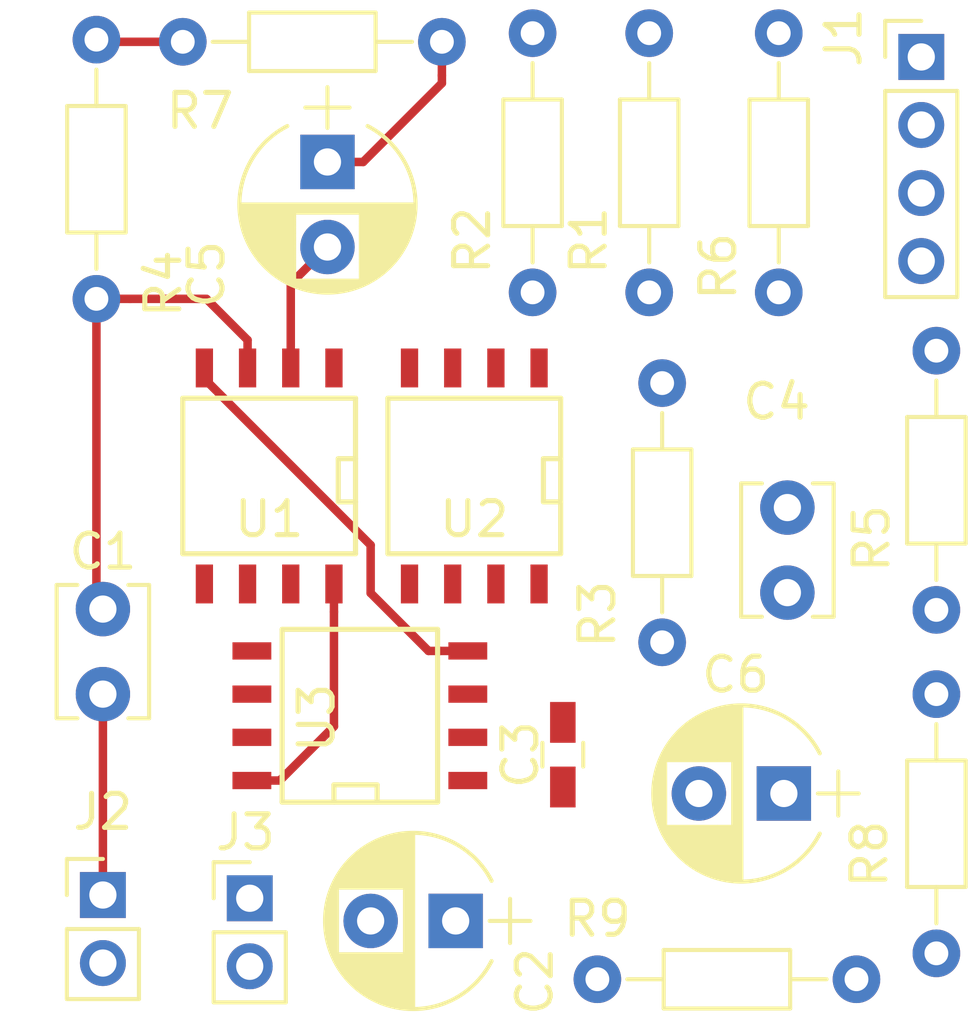
<source format=kicad_pcb>
(kicad_pcb (version 4) (host pcbnew 4.0.7)

  (general
    (links 34)
    (no_connects 21)
    (area 0 0 0 0)
    (thickness 1.6)
    (drawings 1)
    (tracks 25)
    (zones 0)
    (modules 21)
    (nets 20)
  )

  (page A4)
  (layers
    (0 F.Cu signal)
    (31 B.Cu signal)
    (32 B.Adhes user)
    (33 F.Adhes user)
    (34 B.Paste user)
    (35 F.Paste user)
    (36 B.SilkS user)
    (37 F.SilkS user)
    (38 B.Mask user)
    (39 F.Mask user)
    (40 Dwgs.User user)
    (41 Cmts.User user)
    (42 Eco1.User user)
    (43 Eco2.User user)
    (44 Edge.Cuts user)
    (45 Margin user)
    (46 B.CrtYd user)
    (47 F.CrtYd user)
    (48 B.Fab user)
    (49 F.Fab user)
  )

  (setup
    (last_trace_width 0.25)
    (trace_clearance 0.2)
    (zone_clearance 0.508)
    (zone_45_only no)
    (trace_min 0.2)
    (segment_width 0.2)
    (edge_width 0.1)
    (via_size 0.6)
    (via_drill 0.4)
    (via_min_size 0.4)
    (via_min_drill 0.3)
    (uvia_size 0.3)
    (uvia_drill 0.1)
    (uvias_allowed no)
    (uvia_min_size 0.2)
    (uvia_min_drill 0.1)
    (pcb_text_width 0.3)
    (pcb_text_size 1.5 1.5)
    (mod_edge_width 0.15)
    (mod_text_size 1 1)
    (mod_text_width 0.15)
    (pad_size 1.5 1.5)
    (pad_drill 0.6)
    (pad_to_mask_clearance 0)
    (aux_axis_origin 0 0)
    (visible_elements FFFFEF7F)
    (pcbplotparams
      (layerselection 0x00030_80000001)
      (usegerberextensions false)
      (excludeedgelayer true)
      (linewidth 0.100000)
      (plotframeref false)
      (viasonmask false)
      (mode 1)
      (useauxorigin false)
      (hpglpennumber 1)
      (hpglpenspeed 20)
      (hpglpendiameter 15)
      (hpglpenoverlay 2)
      (psnegative false)
      (psa4output false)
      (plotreference true)
      (plotvalue true)
      (plotinvisibletext false)
      (padsonsilk false)
      (subtractmaskfromsilk false)
      (outputformat 1)
      (mirror false)
      (drillshape 1)
      (scaleselection 1)
      (outputdirectory ""))
  )

  (net 0 "")
  (net 1 "Net-(C1-Pad1)")
  (net 2 "Net-(C1-Pad2)")
  (net 3 "Net-(C2-Pad1)")
  (net 4 "Net-(C2-Pad2)")
  (net 5 "Net-(C3-Pad2)")
  (net 6 "Net-(C4-Pad1)")
  (net 7 "Net-(C4-Pad2)")
  (net 8 "Net-(C5-Pad1)")
  (net 9 "Net-(C5-Pad2)")
  (net 10 "Net-(C6-Pad1)")
  (net 11 "Net-(J1-Pad1)")
  (net 12 "Net-(J1-Pad4)")
  (net 13 Earth)
  (net 14 "Net-(R1-Pad2)")
  (net 15 "Net-(R2-Pad2)")
  (net 16 +15V)
  (net 17 -15V)
  (net 18 "Net-(U2-Pad8)")
  (net 19 "Net-(U2-Pad4)")

  (net_class Default "This is the default net class."
    (clearance 0.2)
    (trace_width 0.25)
    (via_dia 0.6)
    (via_drill 0.4)
    (uvia_dia 0.3)
    (uvia_drill 0.1)
    (add_net +15V)
    (add_net -15V)
    (add_net Earth)
    (add_net "Net-(C1-Pad1)")
    (add_net "Net-(C1-Pad2)")
    (add_net "Net-(C2-Pad1)")
    (add_net "Net-(C2-Pad2)")
    (add_net "Net-(C3-Pad2)")
    (add_net "Net-(C4-Pad1)")
    (add_net "Net-(C4-Pad2)")
    (add_net "Net-(C5-Pad1)")
    (add_net "Net-(C5-Pad2)")
    (add_net "Net-(C6-Pad1)")
    (add_net "Net-(J1-Pad1)")
    (add_net "Net-(J1-Pad4)")
    (add_net "Net-(R1-Pad2)")
    (add_net "Net-(R2-Pad2)")
    (add_net "Net-(U2-Pad4)")
    (add_net "Net-(U2-Pad8)")
  )

  (module Capacitors_THT:C_Disc_D3.8mm_W2.6mm_P2.50mm (layer F.Cu) (tedit 597BC7C2) (tstamp 5CC50D17)
    (at 74.3585 88.559 270)
    (descr "C, Disc series, Radial, pin pitch=2.50mm, , diameter*width=3.8*2.6mm^2, Capacitor, http://www.vishay.com/docs/45233/krseries.pdf")
    (tags "C Disc series Radial pin pitch 2.50mm  diameter 3.8mm width 2.6mm Capacitor")
    (path /5C8973E9)
    (fp_text reference C1 (at -1.691 0 540) (layer F.SilkS)
      (effects (font (size 1 1) (thickness 0.15)))
    )
    (fp_text value 100n (at 4.278 0.0635 540) (layer F.Fab)
      (effects (font (size 1 1) (thickness 0.15)))
    )
    (fp_line (start -0.65 -1.3) (end -0.65 1.3) (layer F.Fab) (width 0.1))
    (fp_line (start -0.65 1.3) (end 3.15 1.3) (layer F.Fab) (width 0.1))
    (fp_line (start 3.15 1.3) (end 3.15 -1.3) (layer F.Fab) (width 0.1))
    (fp_line (start 3.15 -1.3) (end -0.65 -1.3) (layer F.Fab) (width 0.1))
    (fp_line (start -0.71 -1.36) (end 3.21 -1.36) (layer F.SilkS) (width 0.12))
    (fp_line (start -0.71 1.36) (end 3.21 1.36) (layer F.SilkS) (width 0.12))
    (fp_line (start -0.71 -1.36) (end -0.71 -0.75) (layer F.SilkS) (width 0.12))
    (fp_line (start -0.71 0.75) (end -0.71 1.36) (layer F.SilkS) (width 0.12))
    (fp_line (start 3.21 -1.36) (end 3.21 -0.75) (layer F.SilkS) (width 0.12))
    (fp_line (start 3.21 0.75) (end 3.21 1.36) (layer F.SilkS) (width 0.12))
    (fp_line (start -1.05 -1.65) (end -1.05 1.65) (layer F.CrtYd) (width 0.05))
    (fp_line (start -1.05 1.65) (end 3.55 1.65) (layer F.CrtYd) (width 0.05))
    (fp_line (start 3.55 1.65) (end 3.55 -1.65) (layer F.CrtYd) (width 0.05))
    (fp_line (start 3.55 -1.65) (end -1.05 -1.65) (layer F.CrtYd) (width 0.05))
    (fp_text user %R (at 1.25 0 270) (layer F.Fab)
      (effects (font (size 1 1) (thickness 0.15)))
    )
    (pad 1 thru_hole circle (at 0 0 270) (size 1.6 1.6) (drill 0.8) (layers *.Cu *.Mask)
      (net 1 "Net-(C1-Pad1)"))
    (pad 2 thru_hole circle (at 2.5 0 270) (size 1.6 1.6) (drill 0.8) (layers *.Cu *.Mask)
      (net 2 "Net-(C1-Pad2)"))
    (model ${KISYS3DMOD}/Capacitors_THT.3dshapes/C_Disc_D3.8mm_W2.6mm_P2.50mm.wrl
      (at (xyz 0 0 0))
      (scale (xyz 1 1 1))
      (rotate (xyz 0 0 0))
    )
  )

  (module Capacitors_THT:CP_Radial_D5.0mm_P2.50mm (layer F.Cu) (tedit 597BC7C2) (tstamp 5CC50D1D)
    (at 84.7325 97.7265 180)
    (descr "CP, Radial series, Radial, pin pitch=2.50mm, , diameter=5mm, Electrolytic Capacitor")
    (tags "CP Radial series Radial pin pitch 2.50mm  diameter 5mm Electrolytic Capacitor")
    (path /5C89F211)
    (fp_text reference C2 (at -2.326 -1.778 270) (layer F.SilkS)
      (effects (font (size 1 1) (thickness 0.15)))
    )
    (fp_text value 10u (at -2.326 1.524 270) (layer F.Fab)
      (effects (font (size 1 1) (thickness 0.15)))
    )
    (fp_arc (start 1.25 0) (end -1.05558 -1.18) (angle 125.8) (layer F.SilkS) (width 0.12))
    (fp_arc (start 1.25 0) (end -1.05558 1.18) (angle -125.8) (layer F.SilkS) (width 0.12))
    (fp_arc (start 1.25 0) (end 3.55558 -1.18) (angle 54.2) (layer F.SilkS) (width 0.12))
    (fp_circle (center 1.25 0) (end 3.75 0) (layer F.Fab) (width 0.1))
    (fp_line (start -2.2 0) (end -1 0) (layer F.Fab) (width 0.1))
    (fp_line (start -1.6 -0.65) (end -1.6 0.65) (layer F.Fab) (width 0.1))
    (fp_line (start 1.25 -2.55) (end 1.25 2.55) (layer F.SilkS) (width 0.12))
    (fp_line (start 1.29 -2.55) (end 1.29 2.55) (layer F.SilkS) (width 0.12))
    (fp_line (start 1.33 -2.549) (end 1.33 2.549) (layer F.SilkS) (width 0.12))
    (fp_line (start 1.37 -2.548) (end 1.37 2.548) (layer F.SilkS) (width 0.12))
    (fp_line (start 1.41 -2.546) (end 1.41 2.546) (layer F.SilkS) (width 0.12))
    (fp_line (start 1.45 -2.543) (end 1.45 2.543) (layer F.SilkS) (width 0.12))
    (fp_line (start 1.49 -2.539) (end 1.49 2.539) (layer F.SilkS) (width 0.12))
    (fp_line (start 1.53 -2.535) (end 1.53 -0.98) (layer F.SilkS) (width 0.12))
    (fp_line (start 1.53 0.98) (end 1.53 2.535) (layer F.SilkS) (width 0.12))
    (fp_line (start 1.57 -2.531) (end 1.57 -0.98) (layer F.SilkS) (width 0.12))
    (fp_line (start 1.57 0.98) (end 1.57 2.531) (layer F.SilkS) (width 0.12))
    (fp_line (start 1.61 -2.525) (end 1.61 -0.98) (layer F.SilkS) (width 0.12))
    (fp_line (start 1.61 0.98) (end 1.61 2.525) (layer F.SilkS) (width 0.12))
    (fp_line (start 1.65 -2.519) (end 1.65 -0.98) (layer F.SilkS) (width 0.12))
    (fp_line (start 1.65 0.98) (end 1.65 2.519) (layer F.SilkS) (width 0.12))
    (fp_line (start 1.69 -2.513) (end 1.69 -0.98) (layer F.SilkS) (width 0.12))
    (fp_line (start 1.69 0.98) (end 1.69 2.513) (layer F.SilkS) (width 0.12))
    (fp_line (start 1.73 -2.506) (end 1.73 -0.98) (layer F.SilkS) (width 0.12))
    (fp_line (start 1.73 0.98) (end 1.73 2.506) (layer F.SilkS) (width 0.12))
    (fp_line (start 1.77 -2.498) (end 1.77 -0.98) (layer F.SilkS) (width 0.12))
    (fp_line (start 1.77 0.98) (end 1.77 2.498) (layer F.SilkS) (width 0.12))
    (fp_line (start 1.81 -2.489) (end 1.81 -0.98) (layer F.SilkS) (width 0.12))
    (fp_line (start 1.81 0.98) (end 1.81 2.489) (layer F.SilkS) (width 0.12))
    (fp_line (start 1.85 -2.48) (end 1.85 -0.98) (layer F.SilkS) (width 0.12))
    (fp_line (start 1.85 0.98) (end 1.85 2.48) (layer F.SilkS) (width 0.12))
    (fp_line (start 1.89 -2.47) (end 1.89 -0.98) (layer F.SilkS) (width 0.12))
    (fp_line (start 1.89 0.98) (end 1.89 2.47) (layer F.SilkS) (width 0.12))
    (fp_line (start 1.93 -2.46) (end 1.93 -0.98) (layer F.SilkS) (width 0.12))
    (fp_line (start 1.93 0.98) (end 1.93 2.46) (layer F.SilkS) (width 0.12))
    (fp_line (start 1.971 -2.448) (end 1.971 -0.98) (layer F.SilkS) (width 0.12))
    (fp_line (start 1.971 0.98) (end 1.971 2.448) (layer F.SilkS) (width 0.12))
    (fp_line (start 2.011 -2.436) (end 2.011 -0.98) (layer F.SilkS) (width 0.12))
    (fp_line (start 2.011 0.98) (end 2.011 2.436) (layer F.SilkS) (width 0.12))
    (fp_line (start 2.051 -2.424) (end 2.051 -0.98) (layer F.SilkS) (width 0.12))
    (fp_line (start 2.051 0.98) (end 2.051 2.424) (layer F.SilkS) (width 0.12))
    (fp_line (start 2.091 -2.41) (end 2.091 -0.98) (layer F.SilkS) (width 0.12))
    (fp_line (start 2.091 0.98) (end 2.091 2.41) (layer F.SilkS) (width 0.12))
    (fp_line (start 2.131 -2.396) (end 2.131 -0.98) (layer F.SilkS) (width 0.12))
    (fp_line (start 2.131 0.98) (end 2.131 2.396) (layer F.SilkS) (width 0.12))
    (fp_line (start 2.171 -2.382) (end 2.171 -0.98) (layer F.SilkS) (width 0.12))
    (fp_line (start 2.171 0.98) (end 2.171 2.382) (layer F.SilkS) (width 0.12))
    (fp_line (start 2.211 -2.366) (end 2.211 -0.98) (layer F.SilkS) (width 0.12))
    (fp_line (start 2.211 0.98) (end 2.211 2.366) (layer F.SilkS) (width 0.12))
    (fp_line (start 2.251 -2.35) (end 2.251 -0.98) (layer F.SilkS) (width 0.12))
    (fp_line (start 2.251 0.98) (end 2.251 2.35) (layer F.SilkS) (width 0.12))
    (fp_line (start 2.291 -2.333) (end 2.291 -0.98) (layer F.SilkS) (width 0.12))
    (fp_line (start 2.291 0.98) (end 2.291 2.333) (layer F.SilkS) (width 0.12))
    (fp_line (start 2.331 -2.315) (end 2.331 -0.98) (layer F.SilkS) (width 0.12))
    (fp_line (start 2.331 0.98) (end 2.331 2.315) (layer F.SilkS) (width 0.12))
    (fp_line (start 2.371 -2.296) (end 2.371 -0.98) (layer F.SilkS) (width 0.12))
    (fp_line (start 2.371 0.98) (end 2.371 2.296) (layer F.SilkS) (width 0.12))
    (fp_line (start 2.411 -2.276) (end 2.411 -0.98) (layer F.SilkS) (width 0.12))
    (fp_line (start 2.411 0.98) (end 2.411 2.276) (layer F.SilkS) (width 0.12))
    (fp_line (start 2.451 -2.256) (end 2.451 -0.98) (layer F.SilkS) (width 0.12))
    (fp_line (start 2.451 0.98) (end 2.451 2.256) (layer F.SilkS) (width 0.12))
    (fp_line (start 2.491 -2.234) (end 2.491 -0.98) (layer F.SilkS) (width 0.12))
    (fp_line (start 2.491 0.98) (end 2.491 2.234) (layer F.SilkS) (width 0.12))
    (fp_line (start 2.531 -2.212) (end 2.531 -0.98) (layer F.SilkS) (width 0.12))
    (fp_line (start 2.531 0.98) (end 2.531 2.212) (layer F.SilkS) (width 0.12))
    (fp_line (start 2.571 -2.189) (end 2.571 -0.98) (layer F.SilkS) (width 0.12))
    (fp_line (start 2.571 0.98) (end 2.571 2.189) (layer F.SilkS) (width 0.12))
    (fp_line (start 2.611 -2.165) (end 2.611 -0.98) (layer F.SilkS) (width 0.12))
    (fp_line (start 2.611 0.98) (end 2.611 2.165) (layer F.SilkS) (width 0.12))
    (fp_line (start 2.651 -2.14) (end 2.651 -0.98) (layer F.SilkS) (width 0.12))
    (fp_line (start 2.651 0.98) (end 2.651 2.14) (layer F.SilkS) (width 0.12))
    (fp_line (start 2.691 -2.113) (end 2.691 -0.98) (layer F.SilkS) (width 0.12))
    (fp_line (start 2.691 0.98) (end 2.691 2.113) (layer F.SilkS) (width 0.12))
    (fp_line (start 2.731 -2.086) (end 2.731 -0.98) (layer F.SilkS) (width 0.12))
    (fp_line (start 2.731 0.98) (end 2.731 2.086) (layer F.SilkS) (width 0.12))
    (fp_line (start 2.771 -2.058) (end 2.771 -0.98) (layer F.SilkS) (width 0.12))
    (fp_line (start 2.771 0.98) (end 2.771 2.058) (layer F.SilkS) (width 0.12))
    (fp_line (start 2.811 -2.028) (end 2.811 -0.98) (layer F.SilkS) (width 0.12))
    (fp_line (start 2.811 0.98) (end 2.811 2.028) (layer F.SilkS) (width 0.12))
    (fp_line (start 2.851 -1.997) (end 2.851 -0.98) (layer F.SilkS) (width 0.12))
    (fp_line (start 2.851 0.98) (end 2.851 1.997) (layer F.SilkS) (width 0.12))
    (fp_line (start 2.891 -1.965) (end 2.891 -0.98) (layer F.SilkS) (width 0.12))
    (fp_line (start 2.891 0.98) (end 2.891 1.965) (layer F.SilkS) (width 0.12))
    (fp_line (start 2.931 -1.932) (end 2.931 -0.98) (layer F.SilkS) (width 0.12))
    (fp_line (start 2.931 0.98) (end 2.931 1.932) (layer F.SilkS) (width 0.12))
    (fp_line (start 2.971 -1.897) (end 2.971 -0.98) (layer F.SilkS) (width 0.12))
    (fp_line (start 2.971 0.98) (end 2.971 1.897) (layer F.SilkS) (width 0.12))
    (fp_line (start 3.011 -1.861) (end 3.011 -0.98) (layer F.SilkS) (width 0.12))
    (fp_line (start 3.011 0.98) (end 3.011 1.861) (layer F.SilkS) (width 0.12))
    (fp_line (start 3.051 -1.823) (end 3.051 -0.98) (layer F.SilkS) (width 0.12))
    (fp_line (start 3.051 0.98) (end 3.051 1.823) (layer F.SilkS) (width 0.12))
    (fp_line (start 3.091 -1.783) (end 3.091 -0.98) (layer F.SilkS) (width 0.12))
    (fp_line (start 3.091 0.98) (end 3.091 1.783) (layer F.SilkS) (width 0.12))
    (fp_line (start 3.131 -1.742) (end 3.131 -0.98) (layer F.SilkS) (width 0.12))
    (fp_line (start 3.131 0.98) (end 3.131 1.742) (layer F.SilkS) (width 0.12))
    (fp_line (start 3.171 -1.699) (end 3.171 -0.98) (layer F.SilkS) (width 0.12))
    (fp_line (start 3.171 0.98) (end 3.171 1.699) (layer F.SilkS) (width 0.12))
    (fp_line (start 3.211 -1.654) (end 3.211 -0.98) (layer F.SilkS) (width 0.12))
    (fp_line (start 3.211 0.98) (end 3.211 1.654) (layer F.SilkS) (width 0.12))
    (fp_line (start 3.251 -1.606) (end 3.251 -0.98) (layer F.SilkS) (width 0.12))
    (fp_line (start 3.251 0.98) (end 3.251 1.606) (layer F.SilkS) (width 0.12))
    (fp_line (start 3.291 -1.556) (end 3.291 -0.98) (layer F.SilkS) (width 0.12))
    (fp_line (start 3.291 0.98) (end 3.291 1.556) (layer F.SilkS) (width 0.12))
    (fp_line (start 3.331 -1.504) (end 3.331 -0.98) (layer F.SilkS) (width 0.12))
    (fp_line (start 3.331 0.98) (end 3.331 1.504) (layer F.SilkS) (width 0.12))
    (fp_line (start 3.371 -1.448) (end 3.371 -0.98) (layer F.SilkS) (width 0.12))
    (fp_line (start 3.371 0.98) (end 3.371 1.448) (layer F.SilkS) (width 0.12))
    (fp_line (start 3.411 -1.39) (end 3.411 -0.98) (layer F.SilkS) (width 0.12))
    (fp_line (start 3.411 0.98) (end 3.411 1.39) (layer F.SilkS) (width 0.12))
    (fp_line (start 3.451 -1.327) (end 3.451 -0.98) (layer F.SilkS) (width 0.12))
    (fp_line (start 3.451 0.98) (end 3.451 1.327) (layer F.SilkS) (width 0.12))
    (fp_line (start 3.491 -1.261) (end 3.491 1.261) (layer F.SilkS) (width 0.12))
    (fp_line (start 3.531 -1.189) (end 3.531 1.189) (layer F.SilkS) (width 0.12))
    (fp_line (start 3.571 -1.112) (end 3.571 1.112) (layer F.SilkS) (width 0.12))
    (fp_line (start 3.611 -1.028) (end 3.611 1.028) (layer F.SilkS) (width 0.12))
    (fp_line (start 3.651 -0.934) (end 3.651 0.934) (layer F.SilkS) (width 0.12))
    (fp_line (start 3.691 -0.829) (end 3.691 0.829) (layer F.SilkS) (width 0.12))
    (fp_line (start 3.731 -0.707) (end 3.731 0.707) (layer F.SilkS) (width 0.12))
    (fp_line (start 3.771 -0.559) (end 3.771 0.559) (layer F.SilkS) (width 0.12))
    (fp_line (start 3.811 -0.354) (end 3.811 0.354) (layer F.SilkS) (width 0.12))
    (fp_line (start -2.2 0) (end -1 0) (layer F.SilkS) (width 0.12))
    (fp_line (start -1.6 -0.65) (end -1.6 0.65) (layer F.SilkS) (width 0.12))
    (fp_line (start -1.6 -2.85) (end -1.6 2.85) (layer F.CrtYd) (width 0.05))
    (fp_line (start -1.6 2.85) (end 4.1 2.85) (layer F.CrtYd) (width 0.05))
    (fp_line (start 4.1 2.85) (end 4.1 -2.85) (layer F.CrtYd) (width 0.05))
    (fp_line (start 4.1 -2.85) (end -1.6 -2.85) (layer F.CrtYd) (width 0.05))
    (fp_text user %R (at 1.25 0 180) (layer F.Fab)
      (effects (font (size 1 1) (thickness 0.15)))
    )
    (pad 1 thru_hole rect (at 0 0 180) (size 1.6 1.6) (drill 0.8) (layers *.Cu *.Mask)
      (net 3 "Net-(C2-Pad1)"))
    (pad 2 thru_hole circle (at 2.5 0 180) (size 1.6 1.6) (drill 0.8) (layers *.Cu *.Mask)
      (net 4 "Net-(C2-Pad2)"))
    (model ${KISYS3DMOD}/Capacitors_THT.3dshapes/CP_Radial_D5.0mm_P2.50mm.wrl
      (at (xyz 0 0 0))
      (scale (xyz 1 1 1))
      (rotate (xyz 0 0 0))
    )
  )

  (module Capacitors_SMD:C_0603_HandSoldering (layer F.Cu) (tedit 58AA848B) (tstamp 5CC50D23)
    (at 87.884 92.8395 90)
    (descr "Capacitor SMD 0603, hand soldering")
    (tags "capacitor 0603")
    (path /5C89EF0D)
    (attr smd)
    (fp_text reference C3 (at 0 -1.25 90) (layer F.SilkS)
      (effects (font (size 1 1) (thickness 0.15)))
    )
    (fp_text value 470p (at 0 1.5 90) (layer F.Fab)
      (effects (font (size 1 1) (thickness 0.15)))
    )
    (fp_text user %R (at 0 -1.25 90) (layer F.Fab)
      (effects (font (size 1 1) (thickness 0.15)))
    )
    (fp_line (start -0.8 0.4) (end -0.8 -0.4) (layer F.Fab) (width 0.1))
    (fp_line (start 0.8 0.4) (end -0.8 0.4) (layer F.Fab) (width 0.1))
    (fp_line (start 0.8 -0.4) (end 0.8 0.4) (layer F.Fab) (width 0.1))
    (fp_line (start -0.8 -0.4) (end 0.8 -0.4) (layer F.Fab) (width 0.1))
    (fp_line (start -0.35 -0.6) (end 0.35 -0.6) (layer F.SilkS) (width 0.12))
    (fp_line (start 0.35 0.6) (end -0.35 0.6) (layer F.SilkS) (width 0.12))
    (fp_line (start -1.8 -0.65) (end 1.8 -0.65) (layer F.CrtYd) (width 0.05))
    (fp_line (start -1.8 -0.65) (end -1.8 0.65) (layer F.CrtYd) (width 0.05))
    (fp_line (start 1.8 0.65) (end 1.8 -0.65) (layer F.CrtYd) (width 0.05))
    (fp_line (start 1.8 0.65) (end -1.8 0.65) (layer F.CrtYd) (width 0.05))
    (pad 1 smd rect (at -0.95 0 90) (size 1.2 0.75) (layers F.Cu F.Paste F.Mask)
      (net 3 "Net-(C2-Pad1)"))
    (pad 2 smd rect (at 0.95 0 90) (size 1.2 0.75) (layers F.Cu F.Paste F.Mask)
      (net 5 "Net-(C3-Pad2)"))
    (model Capacitors_SMD.3dshapes/C_0603.wrl
      (at (xyz 0 0 0))
      (scale (xyz 1 1 1))
      (rotate (xyz 0 0 0))
    )
  )

  (module Capacitors_THT:C_Disc_D3.8mm_W2.6mm_P2.50mm (layer F.Cu) (tedit 597BC7C2) (tstamp 5CC50D29)
    (at 94.488 88.0745 90)
    (descr "C, Disc series, Radial, pin pitch=2.50mm, , diameter*width=3.8*2.6mm^2, Capacitor, http://www.vishay.com/docs/45233/krseries.pdf")
    (tags "C Disc series Radial pin pitch 2.50mm  diameter 3.8mm width 2.6mm Capacitor")
    (path /5C89E449)
    (fp_text reference C4 (at 5.6115 -0.3175 180) (layer F.SilkS)
      (effects (font (size 1 1) (thickness 0.15)))
    )
    (fp_text value 22n (at 4.2545 0 180) (layer F.Fab)
      (effects (font (size 1 1) (thickness 0.15)))
    )
    (fp_line (start -0.65 -1.3) (end -0.65 1.3) (layer F.Fab) (width 0.1))
    (fp_line (start -0.65 1.3) (end 3.15 1.3) (layer F.Fab) (width 0.1))
    (fp_line (start 3.15 1.3) (end 3.15 -1.3) (layer F.Fab) (width 0.1))
    (fp_line (start 3.15 -1.3) (end -0.65 -1.3) (layer F.Fab) (width 0.1))
    (fp_line (start -0.71 -1.36) (end 3.21 -1.36) (layer F.SilkS) (width 0.12))
    (fp_line (start -0.71 1.36) (end 3.21 1.36) (layer F.SilkS) (width 0.12))
    (fp_line (start -0.71 -1.36) (end -0.71 -0.75) (layer F.SilkS) (width 0.12))
    (fp_line (start -0.71 0.75) (end -0.71 1.36) (layer F.SilkS) (width 0.12))
    (fp_line (start 3.21 -1.36) (end 3.21 -0.75) (layer F.SilkS) (width 0.12))
    (fp_line (start 3.21 0.75) (end 3.21 1.36) (layer F.SilkS) (width 0.12))
    (fp_line (start -1.05 -1.65) (end -1.05 1.65) (layer F.CrtYd) (width 0.05))
    (fp_line (start -1.05 1.65) (end 3.55 1.65) (layer F.CrtYd) (width 0.05))
    (fp_line (start 3.55 1.65) (end 3.55 -1.65) (layer F.CrtYd) (width 0.05))
    (fp_line (start 3.55 -1.65) (end -1.05 -1.65) (layer F.CrtYd) (width 0.05))
    (fp_text user %R (at 1.25 0 90) (layer F.Fab)
      (effects (font (size 1 1) (thickness 0.15)))
    )
    (pad 1 thru_hole circle (at 0 0 90) (size 1.6 1.6) (drill 0.8) (layers *.Cu *.Mask)
      (net 6 "Net-(C4-Pad1)"))
    (pad 2 thru_hole circle (at 2.5 0 90) (size 1.6 1.6) (drill 0.8) (layers *.Cu *.Mask)
      (net 7 "Net-(C4-Pad2)"))
    (model ${KISYS3DMOD}/Capacitors_THT.3dshapes/C_Disc_D3.8mm_W2.6mm_P2.50mm.wrl
      (at (xyz 0 0 0))
      (scale (xyz 1 1 1))
      (rotate (xyz 0 0 0))
    )
  )

  (module Capacitors_THT:CP_Radial_D5.0mm_P2.50mm (layer F.Cu) (tedit 597BC7C2) (tstamp 5CC50D2F)
    (at 80.9625 75.4145 270)
    (descr "CP, Radial series, Radial, pin pitch=2.50mm, , diameter=5mm, Electrolytic Capacitor")
    (tags "CP Radial series Radial pin pitch 2.50mm  diameter 5mm Electrolytic Capacitor")
    (path /5C8974AC)
    (fp_text reference C5 (at 3.302 3.556 270) (layer F.SilkS)
      (effects (font (size 1 1) (thickness 0.15)))
    )
    (fp_text value 10u (at 1.016 3.556 270) (layer F.Fab)
      (effects (font (size 1 1) (thickness 0.15)))
    )
    (fp_arc (start 1.25 0) (end -1.05558 -1.18) (angle 125.8) (layer F.SilkS) (width 0.12))
    (fp_arc (start 1.25 0) (end -1.05558 1.18) (angle -125.8) (layer F.SilkS) (width 0.12))
    (fp_arc (start 1.25 0) (end 3.55558 -1.18) (angle 54.2) (layer F.SilkS) (width 0.12))
    (fp_circle (center 1.25 0) (end 3.75 0) (layer F.Fab) (width 0.1))
    (fp_line (start -2.2 0) (end -1 0) (layer F.Fab) (width 0.1))
    (fp_line (start -1.6 -0.65) (end -1.6 0.65) (layer F.Fab) (width 0.1))
    (fp_line (start 1.25 -2.55) (end 1.25 2.55) (layer F.SilkS) (width 0.12))
    (fp_line (start 1.29 -2.55) (end 1.29 2.55) (layer F.SilkS) (width 0.12))
    (fp_line (start 1.33 -2.549) (end 1.33 2.549) (layer F.SilkS) (width 0.12))
    (fp_line (start 1.37 -2.548) (end 1.37 2.548) (layer F.SilkS) (width 0.12))
    (fp_line (start 1.41 -2.546) (end 1.41 2.546) (layer F.SilkS) (width 0.12))
    (fp_line (start 1.45 -2.543) (end 1.45 2.543) (layer F.SilkS) (width 0.12))
    (fp_line (start 1.49 -2.539) (end 1.49 2.539) (layer F.SilkS) (width 0.12))
    (fp_line (start 1.53 -2.535) (end 1.53 -0.98) (layer F.SilkS) (width 0.12))
    (fp_line (start 1.53 0.98) (end 1.53 2.535) (layer F.SilkS) (width 0.12))
    (fp_line (start 1.57 -2.531) (end 1.57 -0.98) (layer F.SilkS) (width 0.12))
    (fp_line (start 1.57 0.98) (end 1.57 2.531) (layer F.SilkS) (width 0.12))
    (fp_line (start 1.61 -2.525) (end 1.61 -0.98) (layer F.SilkS) (width 0.12))
    (fp_line (start 1.61 0.98) (end 1.61 2.525) (layer F.SilkS) (width 0.12))
    (fp_line (start 1.65 -2.519) (end 1.65 -0.98) (layer F.SilkS) (width 0.12))
    (fp_line (start 1.65 0.98) (end 1.65 2.519) (layer F.SilkS) (width 0.12))
    (fp_line (start 1.69 -2.513) (end 1.69 -0.98) (layer F.SilkS) (width 0.12))
    (fp_line (start 1.69 0.98) (end 1.69 2.513) (layer F.SilkS) (width 0.12))
    (fp_line (start 1.73 -2.506) (end 1.73 -0.98) (layer F.SilkS) (width 0.12))
    (fp_line (start 1.73 0.98) (end 1.73 2.506) (layer F.SilkS) (width 0.12))
    (fp_line (start 1.77 -2.498) (end 1.77 -0.98) (layer F.SilkS) (width 0.12))
    (fp_line (start 1.77 0.98) (end 1.77 2.498) (layer F.SilkS) (width 0.12))
    (fp_line (start 1.81 -2.489) (end 1.81 -0.98) (layer F.SilkS) (width 0.12))
    (fp_line (start 1.81 0.98) (end 1.81 2.489) (layer F.SilkS) (width 0.12))
    (fp_line (start 1.85 -2.48) (end 1.85 -0.98) (layer F.SilkS) (width 0.12))
    (fp_line (start 1.85 0.98) (end 1.85 2.48) (layer F.SilkS) (width 0.12))
    (fp_line (start 1.89 -2.47) (end 1.89 -0.98) (layer F.SilkS) (width 0.12))
    (fp_line (start 1.89 0.98) (end 1.89 2.47) (layer F.SilkS) (width 0.12))
    (fp_line (start 1.93 -2.46) (end 1.93 -0.98) (layer F.SilkS) (width 0.12))
    (fp_line (start 1.93 0.98) (end 1.93 2.46) (layer F.SilkS) (width 0.12))
    (fp_line (start 1.971 -2.448) (end 1.971 -0.98) (layer F.SilkS) (width 0.12))
    (fp_line (start 1.971 0.98) (end 1.971 2.448) (layer F.SilkS) (width 0.12))
    (fp_line (start 2.011 -2.436) (end 2.011 -0.98) (layer F.SilkS) (width 0.12))
    (fp_line (start 2.011 0.98) (end 2.011 2.436) (layer F.SilkS) (width 0.12))
    (fp_line (start 2.051 -2.424) (end 2.051 -0.98) (layer F.SilkS) (width 0.12))
    (fp_line (start 2.051 0.98) (end 2.051 2.424) (layer F.SilkS) (width 0.12))
    (fp_line (start 2.091 -2.41) (end 2.091 -0.98) (layer F.SilkS) (width 0.12))
    (fp_line (start 2.091 0.98) (end 2.091 2.41) (layer F.SilkS) (width 0.12))
    (fp_line (start 2.131 -2.396) (end 2.131 -0.98) (layer F.SilkS) (width 0.12))
    (fp_line (start 2.131 0.98) (end 2.131 2.396) (layer F.SilkS) (width 0.12))
    (fp_line (start 2.171 -2.382) (end 2.171 -0.98) (layer F.SilkS) (width 0.12))
    (fp_line (start 2.171 0.98) (end 2.171 2.382) (layer F.SilkS) (width 0.12))
    (fp_line (start 2.211 -2.366) (end 2.211 -0.98) (layer F.SilkS) (width 0.12))
    (fp_line (start 2.211 0.98) (end 2.211 2.366) (layer F.SilkS) (width 0.12))
    (fp_line (start 2.251 -2.35) (end 2.251 -0.98) (layer F.SilkS) (width 0.12))
    (fp_line (start 2.251 0.98) (end 2.251 2.35) (layer F.SilkS) (width 0.12))
    (fp_line (start 2.291 -2.333) (end 2.291 -0.98) (layer F.SilkS) (width 0.12))
    (fp_line (start 2.291 0.98) (end 2.291 2.333) (layer F.SilkS) (width 0.12))
    (fp_line (start 2.331 -2.315) (end 2.331 -0.98) (layer F.SilkS) (width 0.12))
    (fp_line (start 2.331 0.98) (end 2.331 2.315) (layer F.SilkS) (width 0.12))
    (fp_line (start 2.371 -2.296) (end 2.371 -0.98) (layer F.SilkS) (width 0.12))
    (fp_line (start 2.371 0.98) (end 2.371 2.296) (layer F.SilkS) (width 0.12))
    (fp_line (start 2.411 -2.276) (end 2.411 -0.98) (layer F.SilkS) (width 0.12))
    (fp_line (start 2.411 0.98) (end 2.411 2.276) (layer F.SilkS) (width 0.12))
    (fp_line (start 2.451 -2.256) (end 2.451 -0.98) (layer F.SilkS) (width 0.12))
    (fp_line (start 2.451 0.98) (end 2.451 2.256) (layer F.SilkS) (width 0.12))
    (fp_line (start 2.491 -2.234) (end 2.491 -0.98) (layer F.SilkS) (width 0.12))
    (fp_line (start 2.491 0.98) (end 2.491 2.234) (layer F.SilkS) (width 0.12))
    (fp_line (start 2.531 -2.212) (end 2.531 -0.98) (layer F.SilkS) (width 0.12))
    (fp_line (start 2.531 0.98) (end 2.531 2.212) (layer F.SilkS) (width 0.12))
    (fp_line (start 2.571 -2.189) (end 2.571 -0.98) (layer F.SilkS) (width 0.12))
    (fp_line (start 2.571 0.98) (end 2.571 2.189) (layer F.SilkS) (width 0.12))
    (fp_line (start 2.611 -2.165) (end 2.611 -0.98) (layer F.SilkS) (width 0.12))
    (fp_line (start 2.611 0.98) (end 2.611 2.165) (layer F.SilkS) (width 0.12))
    (fp_line (start 2.651 -2.14) (end 2.651 -0.98) (layer F.SilkS) (width 0.12))
    (fp_line (start 2.651 0.98) (end 2.651 2.14) (layer F.SilkS) (width 0.12))
    (fp_line (start 2.691 -2.113) (end 2.691 -0.98) (layer F.SilkS) (width 0.12))
    (fp_line (start 2.691 0.98) (end 2.691 2.113) (layer F.SilkS) (width 0.12))
    (fp_line (start 2.731 -2.086) (end 2.731 -0.98) (layer F.SilkS) (width 0.12))
    (fp_line (start 2.731 0.98) (end 2.731 2.086) (layer F.SilkS) (width 0.12))
    (fp_line (start 2.771 -2.058) (end 2.771 -0.98) (layer F.SilkS) (width 0.12))
    (fp_line (start 2.771 0.98) (end 2.771 2.058) (layer F.SilkS) (width 0.12))
    (fp_line (start 2.811 -2.028) (end 2.811 -0.98) (layer F.SilkS) (width 0.12))
    (fp_line (start 2.811 0.98) (end 2.811 2.028) (layer F.SilkS) (width 0.12))
    (fp_line (start 2.851 -1.997) (end 2.851 -0.98) (layer F.SilkS) (width 0.12))
    (fp_line (start 2.851 0.98) (end 2.851 1.997) (layer F.SilkS) (width 0.12))
    (fp_line (start 2.891 -1.965) (end 2.891 -0.98) (layer F.SilkS) (width 0.12))
    (fp_line (start 2.891 0.98) (end 2.891 1.965) (layer F.SilkS) (width 0.12))
    (fp_line (start 2.931 -1.932) (end 2.931 -0.98) (layer F.SilkS) (width 0.12))
    (fp_line (start 2.931 0.98) (end 2.931 1.932) (layer F.SilkS) (width 0.12))
    (fp_line (start 2.971 -1.897) (end 2.971 -0.98) (layer F.SilkS) (width 0.12))
    (fp_line (start 2.971 0.98) (end 2.971 1.897) (layer F.SilkS) (width 0.12))
    (fp_line (start 3.011 -1.861) (end 3.011 -0.98) (layer F.SilkS) (width 0.12))
    (fp_line (start 3.011 0.98) (end 3.011 1.861) (layer F.SilkS) (width 0.12))
    (fp_line (start 3.051 -1.823) (end 3.051 -0.98) (layer F.SilkS) (width 0.12))
    (fp_line (start 3.051 0.98) (end 3.051 1.823) (layer F.SilkS) (width 0.12))
    (fp_line (start 3.091 -1.783) (end 3.091 -0.98) (layer F.SilkS) (width 0.12))
    (fp_line (start 3.091 0.98) (end 3.091 1.783) (layer F.SilkS) (width 0.12))
    (fp_line (start 3.131 -1.742) (end 3.131 -0.98) (layer F.SilkS) (width 0.12))
    (fp_line (start 3.131 0.98) (end 3.131 1.742) (layer F.SilkS) (width 0.12))
    (fp_line (start 3.171 -1.699) (end 3.171 -0.98) (layer F.SilkS) (width 0.12))
    (fp_line (start 3.171 0.98) (end 3.171 1.699) (layer F.SilkS) (width 0.12))
    (fp_line (start 3.211 -1.654) (end 3.211 -0.98) (layer F.SilkS) (width 0.12))
    (fp_line (start 3.211 0.98) (end 3.211 1.654) (layer F.SilkS) (width 0.12))
    (fp_line (start 3.251 -1.606) (end 3.251 -0.98) (layer F.SilkS) (width 0.12))
    (fp_line (start 3.251 0.98) (end 3.251 1.606) (layer F.SilkS) (width 0.12))
    (fp_line (start 3.291 -1.556) (end 3.291 -0.98) (layer F.SilkS) (width 0.12))
    (fp_line (start 3.291 0.98) (end 3.291 1.556) (layer F.SilkS) (width 0.12))
    (fp_line (start 3.331 -1.504) (end 3.331 -0.98) (layer F.SilkS) (width 0.12))
    (fp_line (start 3.331 0.98) (end 3.331 1.504) (layer F.SilkS) (width 0.12))
    (fp_line (start 3.371 -1.448) (end 3.371 -0.98) (layer F.SilkS) (width 0.12))
    (fp_line (start 3.371 0.98) (end 3.371 1.448) (layer F.SilkS) (width 0.12))
    (fp_line (start 3.411 -1.39) (end 3.411 -0.98) (layer F.SilkS) (width 0.12))
    (fp_line (start 3.411 0.98) (end 3.411 1.39) (layer F.SilkS) (width 0.12))
    (fp_line (start 3.451 -1.327) (end 3.451 -0.98) (layer F.SilkS) (width 0.12))
    (fp_line (start 3.451 0.98) (end 3.451 1.327) (layer F.SilkS) (width 0.12))
    (fp_line (start 3.491 -1.261) (end 3.491 1.261) (layer F.SilkS) (width 0.12))
    (fp_line (start 3.531 -1.189) (end 3.531 1.189) (layer F.SilkS) (width 0.12))
    (fp_line (start 3.571 -1.112) (end 3.571 1.112) (layer F.SilkS) (width 0.12))
    (fp_line (start 3.611 -1.028) (end 3.611 1.028) (layer F.SilkS) (width 0.12))
    (fp_line (start 3.651 -0.934) (end 3.651 0.934) (layer F.SilkS) (width 0.12))
    (fp_line (start 3.691 -0.829) (end 3.691 0.829) (layer F.SilkS) (width 0.12))
    (fp_line (start 3.731 -0.707) (end 3.731 0.707) (layer F.SilkS) (width 0.12))
    (fp_line (start 3.771 -0.559) (end 3.771 0.559) (layer F.SilkS) (width 0.12))
    (fp_line (start 3.811 -0.354) (end 3.811 0.354) (layer F.SilkS) (width 0.12))
    (fp_line (start -2.2 0) (end -1 0) (layer F.SilkS) (width 0.12))
    (fp_line (start -1.6 -0.65) (end -1.6 0.65) (layer F.SilkS) (width 0.12))
    (fp_line (start -1.6 -2.85) (end -1.6 2.85) (layer F.CrtYd) (width 0.05))
    (fp_line (start -1.6 2.85) (end 4.1 2.85) (layer F.CrtYd) (width 0.05))
    (fp_line (start 4.1 2.85) (end 4.1 -2.85) (layer F.CrtYd) (width 0.05))
    (fp_line (start 4.1 -2.85) (end -1.6 -2.85) (layer F.CrtYd) (width 0.05))
    (fp_text user %R (at 1.25 0 270) (layer F.Fab)
      (effects (font (size 1 1) (thickness 0.15)))
    )
    (pad 1 thru_hole rect (at 0 0 270) (size 1.6 1.6) (drill 0.8) (layers *.Cu *.Mask)
      (net 8 "Net-(C5-Pad1)"))
    (pad 2 thru_hole circle (at 2.5 0 270) (size 1.6 1.6) (drill 0.8) (layers *.Cu *.Mask)
      (net 9 "Net-(C5-Pad2)"))
    (model ${KISYS3DMOD}/Capacitors_THT.3dshapes/CP_Radial_D5.0mm_P2.50mm.wrl
      (at (xyz 0 0 0))
      (scale (xyz 1 1 1))
      (rotate (xyz 0 0 0))
    )
  )

  (module Capacitors_THT:CP_Radial_D5.0mm_P2.50mm (layer F.Cu) (tedit 597BC7C2) (tstamp 5CC50D35)
    (at 94.3845 93.98 180)
    (descr "CP, Radial series, Radial, pin pitch=2.50mm, , diameter=5mm, Electrolytic Capacitor")
    (tags "CP Radial series Radial pin pitch 2.50mm  diameter 5mm Electrolytic Capacitor")
    (path /5C89E703)
    (fp_text reference C6 (at 1.4205 3.4925 180) (layer F.SilkS)
      (effects (font (size 1 1) (thickness 0.15)))
    )
    (fp_text value 10u (at -0.7385 3.4925 180) (layer F.Fab)
      (effects (font (size 1 1) (thickness 0.15)))
    )
    (fp_arc (start 1.25 0) (end -1.05558 -1.18) (angle 125.8) (layer F.SilkS) (width 0.12))
    (fp_arc (start 1.25 0) (end -1.05558 1.18) (angle -125.8) (layer F.SilkS) (width 0.12))
    (fp_arc (start 1.25 0) (end 3.55558 -1.18) (angle 54.2) (layer F.SilkS) (width 0.12))
    (fp_circle (center 1.25 0) (end 3.75 0) (layer F.Fab) (width 0.1))
    (fp_line (start -2.2 0) (end -1 0) (layer F.Fab) (width 0.1))
    (fp_line (start -1.6 -0.65) (end -1.6 0.65) (layer F.Fab) (width 0.1))
    (fp_line (start 1.25 -2.55) (end 1.25 2.55) (layer F.SilkS) (width 0.12))
    (fp_line (start 1.29 -2.55) (end 1.29 2.55) (layer F.SilkS) (width 0.12))
    (fp_line (start 1.33 -2.549) (end 1.33 2.549) (layer F.SilkS) (width 0.12))
    (fp_line (start 1.37 -2.548) (end 1.37 2.548) (layer F.SilkS) (width 0.12))
    (fp_line (start 1.41 -2.546) (end 1.41 2.546) (layer F.SilkS) (width 0.12))
    (fp_line (start 1.45 -2.543) (end 1.45 2.543) (layer F.SilkS) (width 0.12))
    (fp_line (start 1.49 -2.539) (end 1.49 2.539) (layer F.SilkS) (width 0.12))
    (fp_line (start 1.53 -2.535) (end 1.53 -0.98) (layer F.SilkS) (width 0.12))
    (fp_line (start 1.53 0.98) (end 1.53 2.535) (layer F.SilkS) (width 0.12))
    (fp_line (start 1.57 -2.531) (end 1.57 -0.98) (layer F.SilkS) (width 0.12))
    (fp_line (start 1.57 0.98) (end 1.57 2.531) (layer F.SilkS) (width 0.12))
    (fp_line (start 1.61 -2.525) (end 1.61 -0.98) (layer F.SilkS) (width 0.12))
    (fp_line (start 1.61 0.98) (end 1.61 2.525) (layer F.SilkS) (width 0.12))
    (fp_line (start 1.65 -2.519) (end 1.65 -0.98) (layer F.SilkS) (width 0.12))
    (fp_line (start 1.65 0.98) (end 1.65 2.519) (layer F.SilkS) (width 0.12))
    (fp_line (start 1.69 -2.513) (end 1.69 -0.98) (layer F.SilkS) (width 0.12))
    (fp_line (start 1.69 0.98) (end 1.69 2.513) (layer F.SilkS) (width 0.12))
    (fp_line (start 1.73 -2.506) (end 1.73 -0.98) (layer F.SilkS) (width 0.12))
    (fp_line (start 1.73 0.98) (end 1.73 2.506) (layer F.SilkS) (width 0.12))
    (fp_line (start 1.77 -2.498) (end 1.77 -0.98) (layer F.SilkS) (width 0.12))
    (fp_line (start 1.77 0.98) (end 1.77 2.498) (layer F.SilkS) (width 0.12))
    (fp_line (start 1.81 -2.489) (end 1.81 -0.98) (layer F.SilkS) (width 0.12))
    (fp_line (start 1.81 0.98) (end 1.81 2.489) (layer F.SilkS) (width 0.12))
    (fp_line (start 1.85 -2.48) (end 1.85 -0.98) (layer F.SilkS) (width 0.12))
    (fp_line (start 1.85 0.98) (end 1.85 2.48) (layer F.SilkS) (width 0.12))
    (fp_line (start 1.89 -2.47) (end 1.89 -0.98) (layer F.SilkS) (width 0.12))
    (fp_line (start 1.89 0.98) (end 1.89 2.47) (layer F.SilkS) (width 0.12))
    (fp_line (start 1.93 -2.46) (end 1.93 -0.98) (layer F.SilkS) (width 0.12))
    (fp_line (start 1.93 0.98) (end 1.93 2.46) (layer F.SilkS) (width 0.12))
    (fp_line (start 1.971 -2.448) (end 1.971 -0.98) (layer F.SilkS) (width 0.12))
    (fp_line (start 1.971 0.98) (end 1.971 2.448) (layer F.SilkS) (width 0.12))
    (fp_line (start 2.011 -2.436) (end 2.011 -0.98) (layer F.SilkS) (width 0.12))
    (fp_line (start 2.011 0.98) (end 2.011 2.436) (layer F.SilkS) (width 0.12))
    (fp_line (start 2.051 -2.424) (end 2.051 -0.98) (layer F.SilkS) (width 0.12))
    (fp_line (start 2.051 0.98) (end 2.051 2.424) (layer F.SilkS) (width 0.12))
    (fp_line (start 2.091 -2.41) (end 2.091 -0.98) (layer F.SilkS) (width 0.12))
    (fp_line (start 2.091 0.98) (end 2.091 2.41) (layer F.SilkS) (width 0.12))
    (fp_line (start 2.131 -2.396) (end 2.131 -0.98) (layer F.SilkS) (width 0.12))
    (fp_line (start 2.131 0.98) (end 2.131 2.396) (layer F.SilkS) (width 0.12))
    (fp_line (start 2.171 -2.382) (end 2.171 -0.98) (layer F.SilkS) (width 0.12))
    (fp_line (start 2.171 0.98) (end 2.171 2.382) (layer F.SilkS) (width 0.12))
    (fp_line (start 2.211 -2.366) (end 2.211 -0.98) (layer F.SilkS) (width 0.12))
    (fp_line (start 2.211 0.98) (end 2.211 2.366) (layer F.SilkS) (width 0.12))
    (fp_line (start 2.251 -2.35) (end 2.251 -0.98) (layer F.SilkS) (width 0.12))
    (fp_line (start 2.251 0.98) (end 2.251 2.35) (layer F.SilkS) (width 0.12))
    (fp_line (start 2.291 -2.333) (end 2.291 -0.98) (layer F.SilkS) (width 0.12))
    (fp_line (start 2.291 0.98) (end 2.291 2.333) (layer F.SilkS) (width 0.12))
    (fp_line (start 2.331 -2.315) (end 2.331 -0.98) (layer F.SilkS) (width 0.12))
    (fp_line (start 2.331 0.98) (end 2.331 2.315) (layer F.SilkS) (width 0.12))
    (fp_line (start 2.371 -2.296) (end 2.371 -0.98) (layer F.SilkS) (width 0.12))
    (fp_line (start 2.371 0.98) (end 2.371 2.296) (layer F.SilkS) (width 0.12))
    (fp_line (start 2.411 -2.276) (end 2.411 -0.98) (layer F.SilkS) (width 0.12))
    (fp_line (start 2.411 0.98) (end 2.411 2.276) (layer F.SilkS) (width 0.12))
    (fp_line (start 2.451 -2.256) (end 2.451 -0.98) (layer F.SilkS) (width 0.12))
    (fp_line (start 2.451 0.98) (end 2.451 2.256) (layer F.SilkS) (width 0.12))
    (fp_line (start 2.491 -2.234) (end 2.491 -0.98) (layer F.SilkS) (width 0.12))
    (fp_line (start 2.491 0.98) (end 2.491 2.234) (layer F.SilkS) (width 0.12))
    (fp_line (start 2.531 -2.212) (end 2.531 -0.98) (layer F.SilkS) (width 0.12))
    (fp_line (start 2.531 0.98) (end 2.531 2.212) (layer F.SilkS) (width 0.12))
    (fp_line (start 2.571 -2.189) (end 2.571 -0.98) (layer F.SilkS) (width 0.12))
    (fp_line (start 2.571 0.98) (end 2.571 2.189) (layer F.SilkS) (width 0.12))
    (fp_line (start 2.611 -2.165) (end 2.611 -0.98) (layer F.SilkS) (width 0.12))
    (fp_line (start 2.611 0.98) (end 2.611 2.165) (layer F.SilkS) (width 0.12))
    (fp_line (start 2.651 -2.14) (end 2.651 -0.98) (layer F.SilkS) (width 0.12))
    (fp_line (start 2.651 0.98) (end 2.651 2.14) (layer F.SilkS) (width 0.12))
    (fp_line (start 2.691 -2.113) (end 2.691 -0.98) (layer F.SilkS) (width 0.12))
    (fp_line (start 2.691 0.98) (end 2.691 2.113) (layer F.SilkS) (width 0.12))
    (fp_line (start 2.731 -2.086) (end 2.731 -0.98) (layer F.SilkS) (width 0.12))
    (fp_line (start 2.731 0.98) (end 2.731 2.086) (layer F.SilkS) (width 0.12))
    (fp_line (start 2.771 -2.058) (end 2.771 -0.98) (layer F.SilkS) (width 0.12))
    (fp_line (start 2.771 0.98) (end 2.771 2.058) (layer F.SilkS) (width 0.12))
    (fp_line (start 2.811 -2.028) (end 2.811 -0.98) (layer F.SilkS) (width 0.12))
    (fp_line (start 2.811 0.98) (end 2.811 2.028) (layer F.SilkS) (width 0.12))
    (fp_line (start 2.851 -1.997) (end 2.851 -0.98) (layer F.SilkS) (width 0.12))
    (fp_line (start 2.851 0.98) (end 2.851 1.997) (layer F.SilkS) (width 0.12))
    (fp_line (start 2.891 -1.965) (end 2.891 -0.98) (layer F.SilkS) (width 0.12))
    (fp_line (start 2.891 0.98) (end 2.891 1.965) (layer F.SilkS) (width 0.12))
    (fp_line (start 2.931 -1.932) (end 2.931 -0.98) (layer F.SilkS) (width 0.12))
    (fp_line (start 2.931 0.98) (end 2.931 1.932) (layer F.SilkS) (width 0.12))
    (fp_line (start 2.971 -1.897) (end 2.971 -0.98) (layer F.SilkS) (width 0.12))
    (fp_line (start 2.971 0.98) (end 2.971 1.897) (layer F.SilkS) (width 0.12))
    (fp_line (start 3.011 -1.861) (end 3.011 -0.98) (layer F.SilkS) (width 0.12))
    (fp_line (start 3.011 0.98) (end 3.011 1.861) (layer F.SilkS) (width 0.12))
    (fp_line (start 3.051 -1.823) (end 3.051 -0.98) (layer F.SilkS) (width 0.12))
    (fp_line (start 3.051 0.98) (end 3.051 1.823) (layer F.SilkS) (width 0.12))
    (fp_line (start 3.091 -1.783) (end 3.091 -0.98) (layer F.SilkS) (width 0.12))
    (fp_line (start 3.091 0.98) (end 3.091 1.783) (layer F.SilkS) (width 0.12))
    (fp_line (start 3.131 -1.742) (end 3.131 -0.98) (layer F.SilkS) (width 0.12))
    (fp_line (start 3.131 0.98) (end 3.131 1.742) (layer F.SilkS) (width 0.12))
    (fp_line (start 3.171 -1.699) (end 3.171 -0.98) (layer F.SilkS) (width 0.12))
    (fp_line (start 3.171 0.98) (end 3.171 1.699) (layer F.SilkS) (width 0.12))
    (fp_line (start 3.211 -1.654) (end 3.211 -0.98) (layer F.SilkS) (width 0.12))
    (fp_line (start 3.211 0.98) (end 3.211 1.654) (layer F.SilkS) (width 0.12))
    (fp_line (start 3.251 -1.606) (end 3.251 -0.98) (layer F.SilkS) (width 0.12))
    (fp_line (start 3.251 0.98) (end 3.251 1.606) (layer F.SilkS) (width 0.12))
    (fp_line (start 3.291 -1.556) (end 3.291 -0.98) (layer F.SilkS) (width 0.12))
    (fp_line (start 3.291 0.98) (end 3.291 1.556) (layer F.SilkS) (width 0.12))
    (fp_line (start 3.331 -1.504) (end 3.331 -0.98) (layer F.SilkS) (width 0.12))
    (fp_line (start 3.331 0.98) (end 3.331 1.504) (layer F.SilkS) (width 0.12))
    (fp_line (start 3.371 -1.448) (end 3.371 -0.98) (layer F.SilkS) (width 0.12))
    (fp_line (start 3.371 0.98) (end 3.371 1.448) (layer F.SilkS) (width 0.12))
    (fp_line (start 3.411 -1.39) (end 3.411 -0.98) (layer F.SilkS) (width 0.12))
    (fp_line (start 3.411 0.98) (end 3.411 1.39) (layer F.SilkS) (width 0.12))
    (fp_line (start 3.451 -1.327) (end 3.451 -0.98) (layer F.SilkS) (width 0.12))
    (fp_line (start 3.451 0.98) (end 3.451 1.327) (layer F.SilkS) (width 0.12))
    (fp_line (start 3.491 -1.261) (end 3.491 1.261) (layer F.SilkS) (width 0.12))
    (fp_line (start 3.531 -1.189) (end 3.531 1.189) (layer F.SilkS) (width 0.12))
    (fp_line (start 3.571 -1.112) (end 3.571 1.112) (layer F.SilkS) (width 0.12))
    (fp_line (start 3.611 -1.028) (end 3.611 1.028) (layer F.SilkS) (width 0.12))
    (fp_line (start 3.651 -0.934) (end 3.651 0.934) (layer F.SilkS) (width 0.12))
    (fp_line (start 3.691 -0.829) (end 3.691 0.829) (layer F.SilkS) (width 0.12))
    (fp_line (start 3.731 -0.707) (end 3.731 0.707) (layer F.SilkS) (width 0.12))
    (fp_line (start 3.771 -0.559) (end 3.771 0.559) (layer F.SilkS) (width 0.12))
    (fp_line (start 3.811 -0.354) (end 3.811 0.354) (layer F.SilkS) (width 0.12))
    (fp_line (start -2.2 0) (end -1 0) (layer F.SilkS) (width 0.12))
    (fp_line (start -1.6 -0.65) (end -1.6 0.65) (layer F.SilkS) (width 0.12))
    (fp_line (start -1.6 -2.85) (end -1.6 2.85) (layer F.CrtYd) (width 0.05))
    (fp_line (start -1.6 2.85) (end 4.1 2.85) (layer F.CrtYd) (width 0.05))
    (fp_line (start 4.1 2.85) (end 4.1 -2.85) (layer F.CrtYd) (width 0.05))
    (fp_line (start 4.1 -2.85) (end -1.6 -2.85) (layer F.CrtYd) (width 0.05))
    (fp_text user %R (at 1.25 0 180) (layer F.Fab)
      (effects (font (size 1 1) (thickness 0.15)))
    )
    (pad 1 thru_hole rect (at 0 0 180) (size 1.6 1.6) (drill 0.8) (layers *.Cu *.Mask)
      (net 10 "Net-(C6-Pad1)"))
    (pad 2 thru_hole circle (at 2.5 0 180) (size 1.6 1.6) (drill 0.8) (layers *.Cu *.Mask)
      (net 5 "Net-(C3-Pad2)"))
    (model ${KISYS3DMOD}/Capacitors_THT.3dshapes/CP_Radial_D5.0mm_P2.50mm.wrl
      (at (xyz 0 0 0))
      (scale (xyz 1 1 1))
      (rotate (xyz 0 0 0))
    )
  )

  (module Pin_Headers:Pin_Header_Straight_1x04_Pitch2.00mm (layer F.Cu) (tedit 59650533) (tstamp 5CC50D3D)
    (at 98.425 72.327)
    (descr "Through hole straight pin header, 1x04, 2.00mm pitch, single row")
    (tags "Through hole pin header THT 1x04 2.00mm single row")
    (path /5C897D28)
    (fp_text reference J1 (at -2.286 -0.572 90) (layer F.SilkS)
      (effects (font (size 1 1) (thickness 0.15)))
    )
    (fp_text value Conn_01x04 (at -2.0955 4.762 90) (layer F.Fab)
      (effects (font (size 1 1) (thickness 0.15)))
    )
    (fp_line (start -0.5 -1) (end 1 -1) (layer F.Fab) (width 0.1))
    (fp_line (start 1 -1) (end 1 7) (layer F.Fab) (width 0.1))
    (fp_line (start 1 7) (end -1 7) (layer F.Fab) (width 0.1))
    (fp_line (start -1 7) (end -1 -0.5) (layer F.Fab) (width 0.1))
    (fp_line (start -1 -0.5) (end -0.5 -1) (layer F.Fab) (width 0.1))
    (fp_line (start -1.06 7.06) (end 1.06 7.06) (layer F.SilkS) (width 0.12))
    (fp_line (start -1.06 1) (end -1.06 7.06) (layer F.SilkS) (width 0.12))
    (fp_line (start 1.06 1) (end 1.06 7.06) (layer F.SilkS) (width 0.12))
    (fp_line (start -1.06 1) (end 1.06 1) (layer F.SilkS) (width 0.12))
    (fp_line (start -1.06 0) (end -1.06 -1.06) (layer F.SilkS) (width 0.12))
    (fp_line (start -1.06 -1.06) (end 0 -1.06) (layer F.SilkS) (width 0.12))
    (fp_line (start -1.5 -1.5) (end -1.5 7.5) (layer F.CrtYd) (width 0.05))
    (fp_line (start -1.5 7.5) (end 1.5 7.5) (layer F.CrtYd) (width 0.05))
    (fp_line (start 1.5 7.5) (end 1.5 -1.5) (layer F.CrtYd) (width 0.05))
    (fp_line (start 1.5 -1.5) (end -1.5 -1.5) (layer F.CrtYd) (width 0.05))
    (fp_text user %R (at 0 3 90) (layer F.Fab)
      (effects (font (size 1 1) (thickness 0.15)))
    )
    (pad 1 thru_hole rect (at 0 0) (size 1.35 1.35) (drill 0.8) (layers *.Cu *.Mask)
      (net 11 "Net-(J1-Pad1)"))
    (pad 2 thru_hole oval (at 0 2) (size 1.35 1.35) (drill 0.8) (layers *.Cu *.Mask)
      (net 9 "Net-(C5-Pad2)"))
    (pad 3 thru_hole oval (at 0 4) (size 1.35 1.35) (drill 0.8) (layers *.Cu *.Mask)
      (net 7 "Net-(C4-Pad2)"))
    (pad 4 thru_hole oval (at 0 6) (size 1.35 1.35) (drill 0.8) (layers *.Cu *.Mask)
      (net 12 "Net-(J1-Pad4)"))
    (model ${KISYS3DMOD}/Pin_Headers.3dshapes/Pin_Header_Straight_1x04_Pitch2.00mm.wrl
      (at (xyz 0 0 0))
      (scale (xyz 1 1 1))
      (rotate (xyz 0 0 0))
    )
  )

  (module Pin_Headers:Pin_Header_Straight_1x02_Pitch2.00mm (layer F.Cu) (tedit 5CC51F41) (tstamp 5CC50D43)
    (at 74.3585 96.9645)
    (descr "Through hole straight pin header, 1x02, 2.00mm pitch, single row")
    (tags "Through hole pin header THT 1x02 2.00mm single row")
    (path /5C89739A)
    (fp_text reference J2 (at 0 -2.445) (layer F.SilkS)
      (effects (font (size 1 1) (thickness 0.15)))
    )
    (fp_text value "audio in" (at -2.032 0.222 90) (layer F.Fab)
      (effects (font (size 1 1) (thickness 0.15)))
    )
    (fp_line (start -0.5 -1) (end 1 -1) (layer F.Fab) (width 0.1))
    (fp_line (start 1 -1) (end 1 3) (layer F.Fab) (width 0.1))
    (fp_line (start 1 3) (end -1 3) (layer F.Fab) (width 0.1))
    (fp_line (start -1 3) (end -1 -0.5) (layer F.Fab) (width 0.1))
    (fp_line (start -1 -0.5) (end -0.5 -1) (layer F.Fab) (width 0.1))
    (fp_line (start -1.06 3.06) (end 1.06 3.06) (layer F.SilkS) (width 0.12))
    (fp_line (start -1.06 1) (end -1.06 3.06) (layer F.SilkS) (width 0.12))
    (fp_line (start 1.06 1) (end 1.06 3.06) (layer F.SilkS) (width 0.12))
    (fp_line (start -1.06 1) (end 1.06 1) (layer F.SilkS) (width 0.12))
    (fp_line (start -1.06 0) (end -1.06 -1.06) (layer F.SilkS) (width 0.12))
    (fp_line (start -1.06 -1.06) (end 0 -1.06) (layer F.SilkS) (width 0.12))
    (fp_line (start -1.5 -1.5) (end -1.5 3.5) (layer F.CrtYd) (width 0.05))
    (fp_line (start -1.5 3.5) (end 1.5 3.5) (layer F.CrtYd) (width 0.05))
    (fp_line (start 1.5 3.5) (end 1.5 -1.5) (layer F.CrtYd) (width 0.05))
    (fp_line (start 1.5 -1.5) (end -1.5 -1.5) (layer F.CrtYd) (width 0.05))
    (fp_text user %R (at 0 1 90) (layer F.Fab)
      (effects (font (size 1 1) (thickness 0.15)))
    )
    (pad 1 thru_hole rect (at 0 0) (size 1.35 1.35) (drill 0.8) (layers *.Cu *.Mask)
      (net 2 "Net-(C1-Pad2)"))
    (pad 2 thru_hole oval (at 0 2) (size 1.35 1.35) (drill 0.8) (layers *.Cu *.Mask)
      (net 13 Earth))
    (model ${KISYS3DMOD}/Pin_Headers.3dshapes/Pin_Header_Straight_1x02_Pitch2.00mm.wrl
      (at (xyz 0 0 0))
      (scale (xyz 1 1 1))
      (rotate (xyz 0 0 0))
    )
  )

  (module Pin_Headers:Pin_Header_Straight_1x02_Pitch2.00mm (layer F.Cu) (tedit 5CC51F0B) (tstamp 5CC50D49)
    (at 78.6765 97.06)
    (descr "Through hole straight pin header, 1x02, 2.00mm pitch, single row")
    (tags "Through hole pin header THT 1x02 2.00mm single row")
    (path /5C89F4D0)
    (fp_text reference J3 (at -0.127 -1.937) (layer F.SilkS)
      (effects (font (size 1 1) (thickness 0.15)))
    )
    (fp_text value "audio out" (at -2.159 -0.032 270) (layer F.Fab)
      (effects (font (size 1 1) (thickness 0.15)))
    )
    (fp_line (start -0.5 -1) (end 1 -1) (layer F.Fab) (width 0.1))
    (fp_line (start 1 -1) (end 1 3) (layer F.Fab) (width 0.1))
    (fp_line (start 1 3) (end -1 3) (layer F.Fab) (width 0.1))
    (fp_line (start -1 3) (end -1 -0.5) (layer F.Fab) (width 0.1))
    (fp_line (start -1 -0.5) (end -0.5 -1) (layer F.Fab) (width 0.1))
    (fp_line (start -1.06 3.06) (end 1.06 3.06) (layer F.SilkS) (width 0.12))
    (fp_line (start -1.06 1) (end -1.06 3.06) (layer F.SilkS) (width 0.12))
    (fp_line (start 1.06 1) (end 1.06 3.06) (layer F.SilkS) (width 0.12))
    (fp_line (start -1.06 1) (end 1.06 1) (layer F.SilkS) (width 0.12))
    (fp_line (start -1.06 0) (end -1.06 -1.06) (layer F.SilkS) (width 0.12))
    (fp_line (start -1.06 -1.06) (end 0 -1.06) (layer F.SilkS) (width 0.12))
    (fp_line (start -1.5 -1.5) (end -1.5 3.5) (layer F.CrtYd) (width 0.05))
    (fp_line (start -1.5 3.5) (end 1.5 3.5) (layer F.CrtYd) (width 0.05))
    (fp_line (start 1.5 3.5) (end 1.5 -1.5) (layer F.CrtYd) (width 0.05))
    (fp_line (start 1.5 -1.5) (end -1.5 -1.5) (layer F.CrtYd) (width 0.05))
    (fp_text user %R (at 0 1.111 90) (layer F.Fab)
      (effects (font (size 1 1) (thickness 0.15)))
    )
    (pad 1 thru_hole rect (at 0 0) (size 1.35 1.35) (drill 0.8) (layers *.Cu *.Mask)
      (net 4 "Net-(C2-Pad2)"))
    (pad 2 thru_hole oval (at 0 2) (size 1.35 1.35) (drill 0.8) (layers *.Cu *.Mask)
      (net 13 Earth))
    (model ${KISYS3DMOD}/Pin_Headers.3dshapes/Pin_Header_Straight_1x02_Pitch2.00mm.wrl
      (at (xyz 0 0 0))
      (scale (xyz 1 1 1))
      (rotate (xyz 0 0 0))
    )
  )

  (module Resistors_THT:R_Axial_DIN0204_L3.6mm_D1.6mm_P7.62mm_Horizontal (layer F.Cu) (tedit 5874F706) (tstamp 5CC50D4F)
    (at 90.424 71.628 270)
    (descr "Resistor, Axial_DIN0204 series, Axial, Horizontal, pin pitch=7.62mm, 0.16666666666666666W = 1/6W, length*diameter=3.6*1.6mm^2, http://cdn-reichelt.de/documents/datenblatt/B400/1_4W%23YAG.pdf")
    (tags "Resistor Axial_DIN0204 series Axial Horizontal pin pitch 7.62mm 0.16666666666666666W = 1/6W length 3.6mm diameter 1.6mm")
    (path /5C897625)
    (fp_text reference R1 (at 6.096 1.778 270) (layer F.SilkS)
      (effects (font (size 1 1) (thickness 0.15)))
    )
    (fp_text value 22 (at 3.81 1.86 270) (layer F.Fab)
      (effects (font (size 1 1) (thickness 0.15)))
    )
    (fp_line (start 2.01 -0.8) (end 2.01 0.8) (layer F.Fab) (width 0.1))
    (fp_line (start 2.01 0.8) (end 5.61 0.8) (layer F.Fab) (width 0.1))
    (fp_line (start 5.61 0.8) (end 5.61 -0.8) (layer F.Fab) (width 0.1))
    (fp_line (start 5.61 -0.8) (end 2.01 -0.8) (layer F.Fab) (width 0.1))
    (fp_line (start 0 0) (end 2.01 0) (layer F.Fab) (width 0.1))
    (fp_line (start 7.62 0) (end 5.61 0) (layer F.Fab) (width 0.1))
    (fp_line (start 1.95 -0.86) (end 1.95 0.86) (layer F.SilkS) (width 0.12))
    (fp_line (start 1.95 0.86) (end 5.67 0.86) (layer F.SilkS) (width 0.12))
    (fp_line (start 5.67 0.86) (end 5.67 -0.86) (layer F.SilkS) (width 0.12))
    (fp_line (start 5.67 -0.86) (end 1.95 -0.86) (layer F.SilkS) (width 0.12))
    (fp_line (start 0.88 0) (end 1.95 0) (layer F.SilkS) (width 0.12))
    (fp_line (start 6.74 0) (end 5.67 0) (layer F.SilkS) (width 0.12))
    (fp_line (start -0.95 -1.15) (end -0.95 1.15) (layer F.CrtYd) (width 0.05))
    (fp_line (start -0.95 1.15) (end 8.6 1.15) (layer F.CrtYd) (width 0.05))
    (fp_line (start 8.6 1.15) (end 8.6 -1.15) (layer F.CrtYd) (width 0.05))
    (fp_line (start 8.6 -1.15) (end -0.95 -1.15) (layer F.CrtYd) (width 0.05))
    (pad 1 thru_hole circle (at 0 0 270) (size 1.4 1.4) (drill 0.7) (layers *.Cu *.Mask)
      (net 11 "Net-(J1-Pad1)"))
    (pad 2 thru_hole oval (at 7.62 0 270) (size 1.4 1.4) (drill 0.7) (layers *.Cu *.Mask)
      (net 14 "Net-(R1-Pad2)"))
    (model ${KISYS3DMOD}/Resistors_THT.3dshapes/R_Axial_DIN0204_L3.6mm_D1.6mm_P7.62mm_Horizontal.wrl
      (at (xyz 0 0 0))
      (scale (xyz 0.393701 0.393701 0.393701))
      (rotate (xyz 0 0 0))
    )
  )

  (module Resistors_THT:R_Axial_DIN0204_L3.6mm_D1.6mm_P7.62mm_Horizontal (layer F.Cu) (tedit 5874F706) (tstamp 5CC50D55)
    (at 86.995 71.628 270)
    (descr "Resistor, Axial_DIN0204 series, Axial, Horizontal, pin pitch=7.62mm, 0.16666666666666666W = 1/6W, length*diameter=3.6*1.6mm^2, http://cdn-reichelt.de/documents/datenblatt/B400/1_4W%23YAG.pdf")
    (tags "Resistor Axial_DIN0204 series Axial Horizontal pin pitch 7.62mm 0.16666666666666666W = 1/6W length 3.6mm diameter 1.6mm")
    (path /5C897670)
    (fp_text reference R2 (at 6.096 1.778 270) (layer F.SilkS)
      (effects (font (size 1 1) (thickness 0.15)))
    )
    (fp_text value 22 (at 3.81 1.86 270) (layer F.Fab)
      (effects (font (size 1 1) (thickness 0.15)))
    )
    (fp_line (start 2.01 -0.8) (end 2.01 0.8) (layer F.Fab) (width 0.1))
    (fp_line (start 2.01 0.8) (end 5.61 0.8) (layer F.Fab) (width 0.1))
    (fp_line (start 5.61 0.8) (end 5.61 -0.8) (layer F.Fab) (width 0.1))
    (fp_line (start 5.61 -0.8) (end 2.01 -0.8) (layer F.Fab) (width 0.1))
    (fp_line (start 0 0) (end 2.01 0) (layer F.Fab) (width 0.1))
    (fp_line (start 7.62 0) (end 5.61 0) (layer F.Fab) (width 0.1))
    (fp_line (start 1.95 -0.86) (end 1.95 0.86) (layer F.SilkS) (width 0.12))
    (fp_line (start 1.95 0.86) (end 5.67 0.86) (layer F.SilkS) (width 0.12))
    (fp_line (start 5.67 0.86) (end 5.67 -0.86) (layer F.SilkS) (width 0.12))
    (fp_line (start 5.67 -0.86) (end 1.95 -0.86) (layer F.SilkS) (width 0.12))
    (fp_line (start 0.88 0) (end 1.95 0) (layer F.SilkS) (width 0.12))
    (fp_line (start 6.74 0) (end 5.67 0) (layer F.SilkS) (width 0.12))
    (fp_line (start -0.95 -1.15) (end -0.95 1.15) (layer F.CrtYd) (width 0.05))
    (fp_line (start -0.95 1.15) (end 8.6 1.15) (layer F.CrtYd) (width 0.05))
    (fp_line (start 8.6 1.15) (end 8.6 -1.15) (layer F.CrtYd) (width 0.05))
    (fp_line (start 8.6 -1.15) (end -0.95 -1.15) (layer F.CrtYd) (width 0.05))
    (pad 1 thru_hole circle (at 0 0 270) (size 1.4 1.4) (drill 0.7) (layers *.Cu *.Mask)
      (net 11 "Net-(J1-Pad1)"))
    (pad 2 thru_hole oval (at 7.62 0 270) (size 1.4 1.4) (drill 0.7) (layers *.Cu *.Mask)
      (net 15 "Net-(R2-Pad2)"))
    (model ${KISYS3DMOD}/Resistors_THT.3dshapes/R_Axial_DIN0204_L3.6mm_D1.6mm_P7.62mm_Horizontal.wrl
      (at (xyz 0 0 0))
      (scale (xyz 0.393701 0.393701 0.393701))
      (rotate (xyz 0 0 0))
    )
  )

  (module Resistors_THT:R_Axial_DIN0204_L3.6mm_D1.6mm_P7.62mm_Horizontal (layer F.Cu) (tedit 5874F706) (tstamp 5CC50D5B)
    (at 90.805 81.915 270)
    (descr "Resistor, Axial_DIN0204 series, Axial, Horizontal, pin pitch=7.62mm, 0.16666666666666666W = 1/6W, length*diameter=3.6*1.6mm^2, http://cdn-reichelt.de/documents/datenblatt/B400/1_4W%23YAG.pdf")
    (tags "Resistor Axial_DIN0204 series Axial Horizontal pin pitch 7.62mm 0.16666666666666666W = 1/6W length 3.6mm diameter 1.6mm")
    (path /5C89E3AC)
    (fp_text reference R3 (at 6.7945 1.905 270) (layer F.SilkS)
      (effects (font (size 1 1) (thickness 0.15)))
    )
    (fp_text value 2k.2 (at 4.0005 1.9685 270) (layer F.Fab)
      (effects (font (size 1 1) (thickness 0.15)))
    )
    (fp_line (start 2.01 -0.8) (end 2.01 0.8) (layer F.Fab) (width 0.1))
    (fp_line (start 2.01 0.8) (end 5.61 0.8) (layer F.Fab) (width 0.1))
    (fp_line (start 5.61 0.8) (end 5.61 -0.8) (layer F.Fab) (width 0.1))
    (fp_line (start 5.61 -0.8) (end 2.01 -0.8) (layer F.Fab) (width 0.1))
    (fp_line (start 0 0) (end 2.01 0) (layer F.Fab) (width 0.1))
    (fp_line (start 7.62 0) (end 5.61 0) (layer F.Fab) (width 0.1))
    (fp_line (start 1.95 -0.86) (end 1.95 0.86) (layer F.SilkS) (width 0.12))
    (fp_line (start 1.95 0.86) (end 5.67 0.86) (layer F.SilkS) (width 0.12))
    (fp_line (start 5.67 0.86) (end 5.67 -0.86) (layer F.SilkS) (width 0.12))
    (fp_line (start 5.67 -0.86) (end 1.95 -0.86) (layer F.SilkS) (width 0.12))
    (fp_line (start 0.88 0) (end 1.95 0) (layer F.SilkS) (width 0.12))
    (fp_line (start 6.74 0) (end 5.67 0) (layer F.SilkS) (width 0.12))
    (fp_line (start -0.95 -1.15) (end -0.95 1.15) (layer F.CrtYd) (width 0.05))
    (fp_line (start -0.95 1.15) (end 8.6 1.15) (layer F.CrtYd) (width 0.05))
    (fp_line (start 8.6 1.15) (end 8.6 -1.15) (layer F.CrtYd) (width 0.05))
    (fp_line (start 8.6 -1.15) (end -0.95 -1.15) (layer F.CrtYd) (width 0.05))
    (pad 1 thru_hole circle (at 0 0 270) (size 1.4 1.4) (drill 0.7) (layers *.Cu *.Mask)
      (net 12 "Net-(J1-Pad4)"))
    (pad 2 thru_hole oval (at 7.62 0 270) (size 1.4 1.4) (drill 0.7) (layers *.Cu *.Mask)
      (net 6 "Net-(C4-Pad1)"))
    (model ${KISYS3DMOD}/Resistors_THT.3dshapes/R_Axial_DIN0204_L3.6mm_D1.6mm_P7.62mm_Horizontal.wrl
      (at (xyz 0 0 0))
      (scale (xyz 0.393701 0.393701 0.393701))
      (rotate (xyz 0 0 0))
    )
  )

  (module Resistors_THT:R_Axial_DIN0204_L3.6mm_D1.6mm_P7.62mm_Horizontal (layer F.Cu) (tedit 5874F706) (tstamp 5CC50D61)
    (at 74.168 79.4385 90)
    (descr "Resistor, Axial_DIN0204 series, Axial, Horizontal, pin pitch=7.62mm, 0.16666666666666666W = 1/6W, length*diameter=3.6*1.6mm^2, http://cdn-reichelt.de/documents/datenblatt/B400/1_4W%23YAG.pdf")
    (tags "Resistor Axial_DIN0204 series Axial Horizontal pin pitch 7.62mm 0.16666666666666666W = 1/6W length 3.6mm diameter 1.6mm")
    (path /5C89746C)
    (fp_text reference R4 (at 0.4445 1.9685 90) (layer F.SilkS)
      (effects (font (size 1 1) (thickness 0.15)))
    )
    (fp_text value 10k (at 3.1115 1.8415 90) (layer F.Fab)
      (effects (font (size 1 1) (thickness 0.15)))
    )
    (fp_line (start 2.01 -0.8) (end 2.01 0.8) (layer F.Fab) (width 0.1))
    (fp_line (start 2.01 0.8) (end 5.61 0.8) (layer F.Fab) (width 0.1))
    (fp_line (start 5.61 0.8) (end 5.61 -0.8) (layer F.Fab) (width 0.1))
    (fp_line (start 5.61 -0.8) (end 2.01 -0.8) (layer F.Fab) (width 0.1))
    (fp_line (start 0 0) (end 2.01 0) (layer F.Fab) (width 0.1))
    (fp_line (start 7.62 0) (end 5.61 0) (layer F.Fab) (width 0.1))
    (fp_line (start 1.95 -0.86) (end 1.95 0.86) (layer F.SilkS) (width 0.12))
    (fp_line (start 1.95 0.86) (end 5.67 0.86) (layer F.SilkS) (width 0.12))
    (fp_line (start 5.67 0.86) (end 5.67 -0.86) (layer F.SilkS) (width 0.12))
    (fp_line (start 5.67 -0.86) (end 1.95 -0.86) (layer F.SilkS) (width 0.12))
    (fp_line (start 0.88 0) (end 1.95 0) (layer F.SilkS) (width 0.12))
    (fp_line (start 6.74 0) (end 5.67 0) (layer F.SilkS) (width 0.12))
    (fp_line (start -0.95 -1.15) (end -0.95 1.15) (layer F.CrtYd) (width 0.05))
    (fp_line (start -0.95 1.15) (end 8.6 1.15) (layer F.CrtYd) (width 0.05))
    (fp_line (start 8.6 1.15) (end 8.6 -1.15) (layer F.CrtYd) (width 0.05))
    (fp_line (start 8.6 -1.15) (end -0.95 -1.15) (layer F.CrtYd) (width 0.05))
    (pad 1 thru_hole circle (at 0 0 90) (size 1.4 1.4) (drill 0.7) (layers *.Cu *.Mask)
      (net 1 "Net-(C1-Pad1)"))
    (pad 2 thru_hole oval (at 7.62 0 90) (size 1.4 1.4) (drill 0.7) (layers *.Cu *.Mask)
      (net 13 Earth))
    (model ${KISYS3DMOD}/Resistors_THT.3dshapes/R_Axial_DIN0204_L3.6mm_D1.6mm_P7.62mm_Horizontal.wrl
      (at (xyz 0 0 0))
      (scale (xyz 0.393701 0.393701 0.393701))
      (rotate (xyz 0 0 0))
    )
  )

  (module Resistors_THT:R_Axial_DIN0204_L3.6mm_D1.6mm_P7.62mm_Horizontal (layer F.Cu) (tedit 5874F706) (tstamp 5CC50D67)
    (at 98.8695 80.9625 270)
    (descr "Resistor, Axial_DIN0204 series, Axial, Horizontal, pin pitch=7.62mm, 0.16666666666666666W = 1/6W, length*diameter=3.6*1.6mm^2, http://cdn-reichelt.de/documents/datenblatt/B400/1_4W%23YAG.pdf")
    (tags "Resistor Axial_DIN0204 series Axial Horizontal pin pitch 7.62mm 0.16666666666666666W = 1/6W length 3.6mm diameter 1.6mm")
    (path /5C89E48C)
    (fp_text reference R5 (at 5.5245 1.905 270) (layer F.SilkS)
      (effects (font (size 1 1) (thickness 0.15)))
    )
    (fp_text value 220k (at 2.413 1.905 270) (layer F.Fab)
      (effects (font (size 1 1) (thickness 0.15)))
    )
    (fp_line (start 2.01 -0.8) (end 2.01 0.8) (layer F.Fab) (width 0.1))
    (fp_line (start 2.01 0.8) (end 5.61 0.8) (layer F.Fab) (width 0.1))
    (fp_line (start 5.61 0.8) (end 5.61 -0.8) (layer F.Fab) (width 0.1))
    (fp_line (start 5.61 -0.8) (end 2.01 -0.8) (layer F.Fab) (width 0.1))
    (fp_line (start 0 0) (end 2.01 0) (layer F.Fab) (width 0.1))
    (fp_line (start 7.62 0) (end 5.61 0) (layer F.Fab) (width 0.1))
    (fp_line (start 1.95 -0.86) (end 1.95 0.86) (layer F.SilkS) (width 0.12))
    (fp_line (start 1.95 0.86) (end 5.67 0.86) (layer F.SilkS) (width 0.12))
    (fp_line (start 5.67 0.86) (end 5.67 -0.86) (layer F.SilkS) (width 0.12))
    (fp_line (start 5.67 -0.86) (end 1.95 -0.86) (layer F.SilkS) (width 0.12))
    (fp_line (start 0.88 0) (end 1.95 0) (layer F.SilkS) (width 0.12))
    (fp_line (start 6.74 0) (end 5.67 0) (layer F.SilkS) (width 0.12))
    (fp_line (start -0.95 -1.15) (end -0.95 1.15) (layer F.CrtYd) (width 0.05))
    (fp_line (start -0.95 1.15) (end 8.6 1.15) (layer F.CrtYd) (width 0.05))
    (fp_line (start 8.6 1.15) (end 8.6 -1.15) (layer F.CrtYd) (width 0.05))
    (fp_line (start 8.6 -1.15) (end -0.95 -1.15) (layer F.CrtYd) (width 0.05))
    (pad 1 thru_hole circle (at 0 0 270) (size 1.4 1.4) (drill 0.7) (layers *.Cu *.Mask)
      (net 12 "Net-(J1-Pad4)"))
    (pad 2 thru_hole oval (at 7.62 0 270) (size 1.4 1.4) (drill 0.7) (layers *.Cu *.Mask)
      (net 7 "Net-(C4-Pad2)"))
    (model ${KISYS3DMOD}/Resistors_THT.3dshapes/R_Axial_DIN0204_L3.6mm_D1.6mm_P7.62mm_Horizontal.wrl
      (at (xyz 0 0 0))
      (scale (xyz 0.393701 0.393701 0.393701))
      (rotate (xyz 0 0 0))
    )
  )

  (module Resistors_THT:R_Axial_DIN0204_L3.6mm_D1.6mm_P7.62mm_Horizontal (layer F.Cu) (tedit 5874F706) (tstamp 5CC50D6D)
    (at 94.234 71.628 270)
    (descr "Resistor, Axial_DIN0204 series, Axial, Horizontal, pin pitch=7.62mm, 0.16666666666666666W = 1/6W, length*diameter=3.6*1.6mm^2, http://cdn-reichelt.de/documents/datenblatt/B400/1_4W%23YAG.pdf")
    (tags "Resistor Axial_DIN0204 series Axial Horizontal pin pitch 7.62mm 0.16666666666666666W = 1/6W length 3.6mm diameter 1.6mm")
    (path /5C8976AB)
    (fp_text reference R6 (at 6.858 1.778 270) (layer F.SilkS)
      (effects (font (size 1 1) (thickness 0.15)))
    )
    (fp_text value 3.3k (at 3.81 1.86 270) (layer F.Fab)
      (effects (font (size 1 1) (thickness 0.15)))
    )
    (fp_line (start 2.01 -0.8) (end 2.01 0.8) (layer F.Fab) (width 0.1))
    (fp_line (start 2.01 0.8) (end 5.61 0.8) (layer F.Fab) (width 0.1))
    (fp_line (start 5.61 0.8) (end 5.61 -0.8) (layer F.Fab) (width 0.1))
    (fp_line (start 5.61 -0.8) (end 2.01 -0.8) (layer F.Fab) (width 0.1))
    (fp_line (start 0 0) (end 2.01 0) (layer F.Fab) (width 0.1))
    (fp_line (start 7.62 0) (end 5.61 0) (layer F.Fab) (width 0.1))
    (fp_line (start 1.95 -0.86) (end 1.95 0.86) (layer F.SilkS) (width 0.12))
    (fp_line (start 1.95 0.86) (end 5.67 0.86) (layer F.SilkS) (width 0.12))
    (fp_line (start 5.67 0.86) (end 5.67 -0.86) (layer F.SilkS) (width 0.12))
    (fp_line (start 5.67 -0.86) (end 1.95 -0.86) (layer F.SilkS) (width 0.12))
    (fp_line (start 0.88 0) (end 1.95 0) (layer F.SilkS) (width 0.12))
    (fp_line (start 6.74 0) (end 5.67 0) (layer F.SilkS) (width 0.12))
    (fp_line (start -0.95 -1.15) (end -0.95 1.15) (layer F.CrtYd) (width 0.05))
    (fp_line (start -0.95 1.15) (end 8.6 1.15) (layer F.CrtYd) (width 0.05))
    (fp_line (start 8.6 1.15) (end 8.6 -1.15) (layer F.CrtYd) (width 0.05))
    (fp_line (start 8.6 -1.15) (end -0.95 -1.15) (layer F.CrtYd) (width 0.05))
    (pad 1 thru_hole circle (at 0 0 270) (size 1.4 1.4) (drill 0.7) (layers *.Cu *.Mask)
      (net 11 "Net-(J1-Pad1)"))
    (pad 2 thru_hole oval (at 7.62 0 270) (size 1.4 1.4) (drill 0.7) (layers *.Cu *.Mask)
      (net 9 "Net-(C5-Pad2)"))
    (model ${KISYS3DMOD}/Resistors_THT.3dshapes/R_Axial_DIN0204_L3.6mm_D1.6mm_P7.62mm_Horizontal.wrl
      (at (xyz 0 0 0))
      (scale (xyz 0.393701 0.393701 0.393701))
      (rotate (xyz 0 0 0))
    )
  )

  (module Resistors_THT:R_Axial_DIN0204_L3.6mm_D1.6mm_P7.62mm_Horizontal (layer F.Cu) (tedit 5874F706) (tstamp 5CC50D73)
    (at 84.328 71.882 180)
    (descr "Resistor, Axial_DIN0204 series, Axial, Horizontal, pin pitch=7.62mm, 0.16666666666666666W = 1/6W, length*diameter=3.6*1.6mm^2, http://cdn-reichelt.de/documents/datenblatt/B400/1_4W%23YAG.pdf")
    (tags "Resistor Axial_DIN0204 series Axial Horizontal pin pitch 7.62mm 0.16666666666666666W = 1/6W length 3.6mm diameter 1.6mm")
    (path /5C897489)
    (fp_text reference R7 (at 7.112 -2.032 180) (layer F.SilkS)
      (effects (font (size 1 1) (thickness 0.15)))
    )
    (fp_text value 220 (at 3.81 0 180) (layer F.Fab)
      (effects (font (size 1 1) (thickness 0.15)))
    )
    (fp_line (start 2.01 -0.8) (end 2.01 0.8) (layer F.Fab) (width 0.1))
    (fp_line (start 2.01 0.8) (end 5.61 0.8) (layer F.Fab) (width 0.1))
    (fp_line (start 5.61 0.8) (end 5.61 -0.8) (layer F.Fab) (width 0.1))
    (fp_line (start 5.61 -0.8) (end 2.01 -0.8) (layer F.Fab) (width 0.1))
    (fp_line (start 0 0) (end 2.01 0) (layer F.Fab) (width 0.1))
    (fp_line (start 7.62 0) (end 5.61 0) (layer F.Fab) (width 0.1))
    (fp_line (start 1.95 -0.86) (end 1.95 0.86) (layer F.SilkS) (width 0.12))
    (fp_line (start 1.95 0.86) (end 5.67 0.86) (layer F.SilkS) (width 0.12))
    (fp_line (start 5.67 0.86) (end 5.67 -0.86) (layer F.SilkS) (width 0.12))
    (fp_line (start 5.67 -0.86) (end 1.95 -0.86) (layer F.SilkS) (width 0.12))
    (fp_line (start 0.88 0) (end 1.95 0) (layer F.SilkS) (width 0.12))
    (fp_line (start 6.74 0) (end 5.67 0) (layer F.SilkS) (width 0.12))
    (fp_line (start -0.95 -1.15) (end -0.95 1.15) (layer F.CrtYd) (width 0.05))
    (fp_line (start -0.95 1.15) (end 8.6 1.15) (layer F.CrtYd) (width 0.05))
    (fp_line (start 8.6 1.15) (end 8.6 -1.15) (layer F.CrtYd) (width 0.05))
    (fp_line (start 8.6 -1.15) (end -0.95 -1.15) (layer F.CrtYd) (width 0.05))
    (pad 1 thru_hole circle (at 0 0 180) (size 1.4 1.4) (drill 0.7) (layers *.Cu *.Mask)
      (net 8 "Net-(C5-Pad1)"))
    (pad 2 thru_hole oval (at 7.62 0 180) (size 1.4 1.4) (drill 0.7) (layers *.Cu *.Mask)
      (net 13 Earth))
    (model ${KISYS3DMOD}/Resistors_THT.3dshapes/R_Axial_DIN0204_L3.6mm_D1.6mm_P7.62mm_Horizontal.wrl
      (at (xyz 0 0 0))
      (scale (xyz 0.393701 0.393701 0.393701))
      (rotate (xyz 0 0 0))
    )
  )

  (module Resistors_THT:R_Axial_DIN0204_L3.6mm_D1.6mm_P7.62mm_Horizontal (layer F.Cu) (tedit 5874F706) (tstamp 5CC50D79)
    (at 98.8695 98.679 90)
    (descr "Resistor, Axial_DIN0204 series, Axial, Horizontal, pin pitch=7.62mm, 0.16666666666666666W = 1/6W, length*diameter=3.6*1.6mm^2, http://cdn-reichelt.de/documents/datenblatt/B400/1_4W%23YAG.pdf")
    (tags "Resistor Axial_DIN0204 series Axial Horizontal pin pitch 7.62mm 0.16666666666666666W = 1/6W length 3.6mm diameter 1.6mm")
    (path /5C89E4E9)
    (fp_text reference R8 (at 2.921 -1.9685 90) (layer F.SilkS)
      (effects (font (size 1 1) (thickness 0.15)))
    )
    (fp_text value 220 (at 6.096 -1.905 90) (layer F.Fab)
      (effects (font (size 1 1) (thickness 0.15)))
    )
    (fp_line (start 2.01 -0.8) (end 2.01 0.8) (layer F.Fab) (width 0.1))
    (fp_line (start 2.01 0.8) (end 5.61 0.8) (layer F.Fab) (width 0.1))
    (fp_line (start 5.61 0.8) (end 5.61 -0.8) (layer F.Fab) (width 0.1))
    (fp_line (start 5.61 -0.8) (end 2.01 -0.8) (layer F.Fab) (width 0.1))
    (fp_line (start 0 0) (end 2.01 0) (layer F.Fab) (width 0.1))
    (fp_line (start 7.62 0) (end 5.61 0) (layer F.Fab) (width 0.1))
    (fp_line (start 1.95 -0.86) (end 1.95 0.86) (layer F.SilkS) (width 0.12))
    (fp_line (start 1.95 0.86) (end 5.67 0.86) (layer F.SilkS) (width 0.12))
    (fp_line (start 5.67 0.86) (end 5.67 -0.86) (layer F.SilkS) (width 0.12))
    (fp_line (start 5.67 -0.86) (end 1.95 -0.86) (layer F.SilkS) (width 0.12))
    (fp_line (start 0.88 0) (end 1.95 0) (layer F.SilkS) (width 0.12))
    (fp_line (start 6.74 0) (end 5.67 0) (layer F.SilkS) (width 0.12))
    (fp_line (start -0.95 -1.15) (end -0.95 1.15) (layer F.CrtYd) (width 0.05))
    (fp_line (start -0.95 1.15) (end 8.6 1.15) (layer F.CrtYd) (width 0.05))
    (fp_line (start 8.6 1.15) (end 8.6 -1.15) (layer F.CrtYd) (width 0.05))
    (fp_line (start 8.6 -1.15) (end -0.95 -1.15) (layer F.CrtYd) (width 0.05))
    (pad 1 thru_hole circle (at 0 0 90) (size 1.4 1.4) (drill 0.7) (layers *.Cu *.Mask)
      (net 10 "Net-(C6-Pad1)"))
    (pad 2 thru_hole oval (at 7.62 0 90) (size 1.4 1.4) (drill 0.7) (layers *.Cu *.Mask)
      (net 7 "Net-(C4-Pad2)"))
    (model ${KISYS3DMOD}/Resistors_THT.3dshapes/R_Axial_DIN0204_L3.6mm_D1.6mm_P7.62mm_Horizontal.wrl
      (at (xyz 0 0 0))
      (scale (xyz 0.393701 0.393701 0.393701))
      (rotate (xyz 0 0 0))
    )
  )

  (module Resistors_THT:R_Axial_DIN0204_L3.6mm_D1.6mm_P7.62mm_Horizontal (layer F.Cu) (tedit 5874F706) (tstamp 5CC50D7F)
    (at 88.9 99.441)
    (descr "Resistor, Axial_DIN0204 series, Axial, Horizontal, pin pitch=7.62mm, 0.16666666666666666W = 1/6W, length*diameter=3.6*1.6mm^2, http://cdn-reichelt.de/documents/datenblatt/B400/1_4W%23YAG.pdf")
    (tags "Resistor Axial_DIN0204 series Axial Horizontal pin pitch 7.62mm 0.16666666666666666W = 1/6W length 3.6mm diameter 1.6mm")
    (path /5C89F025)
    (fp_text reference R9 (at 0 -1.778) (layer F.SilkS)
      (effects (font (size 1 1) (thickness 0.15)))
    )
    (fp_text value 22k (at 2.794 -1.778) (layer F.Fab)
      (effects (font (size 1 1) (thickness 0.15)))
    )
    (fp_line (start 2.01 -0.8) (end 2.01 0.8) (layer F.Fab) (width 0.1))
    (fp_line (start 2.01 0.8) (end 5.61 0.8) (layer F.Fab) (width 0.1))
    (fp_line (start 5.61 0.8) (end 5.61 -0.8) (layer F.Fab) (width 0.1))
    (fp_line (start 5.61 -0.8) (end 2.01 -0.8) (layer F.Fab) (width 0.1))
    (fp_line (start 0 0) (end 2.01 0) (layer F.Fab) (width 0.1))
    (fp_line (start 7.62 0) (end 5.61 0) (layer F.Fab) (width 0.1))
    (fp_line (start 1.95 -0.86) (end 1.95 0.86) (layer F.SilkS) (width 0.12))
    (fp_line (start 1.95 0.86) (end 5.67 0.86) (layer F.SilkS) (width 0.12))
    (fp_line (start 5.67 0.86) (end 5.67 -0.86) (layer F.SilkS) (width 0.12))
    (fp_line (start 5.67 -0.86) (end 1.95 -0.86) (layer F.SilkS) (width 0.12))
    (fp_line (start 0.88 0) (end 1.95 0) (layer F.SilkS) (width 0.12))
    (fp_line (start 6.74 0) (end 5.67 0) (layer F.SilkS) (width 0.12))
    (fp_line (start -0.95 -1.15) (end -0.95 1.15) (layer F.CrtYd) (width 0.05))
    (fp_line (start -0.95 1.15) (end 8.6 1.15) (layer F.CrtYd) (width 0.05))
    (fp_line (start 8.6 1.15) (end 8.6 -1.15) (layer F.CrtYd) (width 0.05))
    (fp_line (start 8.6 -1.15) (end -0.95 -1.15) (layer F.CrtYd) (width 0.05))
    (pad 1 thru_hole circle (at 0 0) (size 1.4 1.4) (drill 0.7) (layers *.Cu *.Mask)
      (net 3 "Net-(C2-Pad1)"))
    (pad 2 thru_hole oval (at 7.62 0) (size 1.4 1.4) (drill 0.7) (layers *.Cu *.Mask)
      (net 5 "Net-(C3-Pad2)"))
    (model ${KISYS3DMOD}/Resistors_THT.3dshapes/R_Axial_DIN0204_L3.6mm_D1.6mm_P7.62mm_Horizontal.wrl
      (at (xyz 0 0 0))
      (scale (xyz 0.393701 0.393701 0.393701))
      (rotate (xyz 0 0 0))
    )
  )

  (module SMD_Packages:SOIC-8-N (layer F.Cu) (tedit 0) (tstamp 5CC50D8B)
    (at 79.248 84.6455 180)
    (descr "Module Narrow CMS SOJ 8 pins large")
    (tags "CMS SOJ")
    (path /5C897575)
    (attr smd)
    (fp_text reference U1 (at 0 -1.27 180) (layer F.SilkS)
      (effects (font (size 1 1) (thickness 0.15)))
    )
    (fp_text value NE5532 (at 0 1.27 180) (layer F.Fab)
      (effects (font (size 1 1) (thickness 0.15)))
    )
    (fp_line (start -2.54 -2.286) (end 2.54 -2.286) (layer F.SilkS) (width 0.15))
    (fp_line (start 2.54 -2.286) (end 2.54 2.286) (layer F.SilkS) (width 0.15))
    (fp_line (start 2.54 2.286) (end -2.54 2.286) (layer F.SilkS) (width 0.15))
    (fp_line (start -2.54 2.286) (end -2.54 -2.286) (layer F.SilkS) (width 0.15))
    (fp_line (start -2.54 -0.762) (end -2.032 -0.762) (layer F.SilkS) (width 0.15))
    (fp_line (start -2.032 -0.762) (end -2.032 0.508) (layer F.SilkS) (width 0.15))
    (fp_line (start -2.032 0.508) (end -2.54 0.508) (layer F.SilkS) (width 0.15))
    (pad 8 smd rect (at -1.905 -3.175 180) (size 0.508 1.143) (layers F.Cu F.Paste F.Mask)
      (net 16 +15V))
    (pad 7 smd rect (at -0.635 -3.175 180) (size 0.508 1.143) (layers F.Cu F.Paste F.Mask))
    (pad 6 smd rect (at 0.635 -3.175 180) (size 0.508 1.143) (layers F.Cu F.Paste F.Mask))
    (pad 5 smd rect (at 1.905 -3.175 180) (size 0.508 1.143) (layers F.Cu F.Paste F.Mask))
    (pad 4 smd rect (at 1.905 3.175 180) (size 0.508 1.143) (layers F.Cu F.Paste F.Mask)
      (net 17 -15V))
    (pad 3 smd rect (at 0.635 3.175 180) (size 0.508 1.143) (layers F.Cu F.Paste F.Mask)
      (net 1 "Net-(C1-Pad1)"))
    (pad 2 smd rect (at -0.635 3.175 180) (size 0.508 1.143) (layers F.Cu F.Paste F.Mask)
      (net 9 "Net-(C5-Pad2)"))
    (pad 1 smd rect (at -1.905 3.175 180) (size 0.508 1.143) (layers F.Cu F.Paste F.Mask)
      (net 15 "Net-(R2-Pad2)"))
    (model SMD_Packages.3dshapes/SOIC-8-N.wrl
      (at (xyz 0 0 0))
      (scale (xyz 0.5 0.38 0.5))
      (rotate (xyz 0 0 0))
    )
  )

  (module SMD_Packages:SOIC-8-N (layer F.Cu) (tedit 0) (tstamp 5CC50D97)
    (at 85.2805 84.6455 180)
    (descr "Module Narrow CMS SOJ 8 pins large")
    (tags "CMS SOJ")
    (path /5C8975E4)
    (attr smd)
    (fp_text reference U2 (at 0 -1.27 180) (layer F.SilkS)
      (effects (font (size 1 1) (thickness 0.15)))
    )
    (fp_text value NE5532 (at 0 1.27 180) (layer F.Fab)
      (effects (font (size 1 1) (thickness 0.15)))
    )
    (fp_line (start -2.54 -2.286) (end 2.54 -2.286) (layer F.SilkS) (width 0.15))
    (fp_line (start 2.54 -2.286) (end 2.54 2.286) (layer F.SilkS) (width 0.15))
    (fp_line (start 2.54 2.286) (end -2.54 2.286) (layer F.SilkS) (width 0.15))
    (fp_line (start -2.54 2.286) (end -2.54 -2.286) (layer F.SilkS) (width 0.15))
    (fp_line (start -2.54 -0.762) (end -2.032 -0.762) (layer F.SilkS) (width 0.15))
    (fp_line (start -2.032 -0.762) (end -2.032 0.508) (layer F.SilkS) (width 0.15))
    (fp_line (start -2.032 0.508) (end -2.54 0.508) (layer F.SilkS) (width 0.15))
    (pad 8 smd rect (at -1.905 -3.175 180) (size 0.508 1.143) (layers F.Cu F.Paste F.Mask)
      (net 18 "Net-(U2-Pad8)"))
    (pad 7 smd rect (at -0.635 -3.175 180) (size 0.508 1.143) (layers F.Cu F.Paste F.Mask))
    (pad 6 smd rect (at 0.635 -3.175 180) (size 0.508 1.143) (layers F.Cu F.Paste F.Mask))
    (pad 5 smd rect (at 1.905 -3.175 180) (size 0.508 1.143) (layers F.Cu F.Paste F.Mask))
    (pad 4 smd rect (at 1.905 3.175 180) (size 0.508 1.143) (layers F.Cu F.Paste F.Mask)
      (net 19 "Net-(U2-Pad4)"))
    (pad 3 smd rect (at 0.635 3.175 180) (size 0.508 1.143) (layers F.Cu F.Paste F.Mask)
      (net 15 "Net-(R2-Pad2)"))
    (pad 2 smd rect (at -0.635 3.175 180) (size 0.508 1.143) (layers F.Cu F.Paste F.Mask)
      (net 14 "Net-(R1-Pad2)"))
    (pad 1 smd rect (at -1.905 3.175 180) (size 0.508 1.143) (layers F.Cu F.Paste F.Mask)
      (net 14 "Net-(R1-Pad2)"))
    (model SMD_Packages.3dshapes/SOIC-8-N.wrl
      (at (xyz 0 0 0))
      (scale (xyz 0.5 0.38 0.5))
      (rotate (xyz 0 0 0))
    )
  )

  (module SMD_Packages:SOIC-8-N (layer F.Cu) (tedit 0) (tstamp 5CC50DA3)
    (at 81.915 91.694 90)
    (descr "Module Narrow CMS SOJ 8 pins large")
    (tags "CMS SOJ")
    (path /5C89E54C)
    (attr smd)
    (fp_text reference U3 (at -0.0635 -1.27 90) (layer F.SilkS)
      (effects (font (size 1 1) (thickness 0.15)))
    )
    (fp_text value NE5532 (at 0 1.27 90) (layer F.Fab)
      (effects (font (size 1 1) (thickness 0.15)))
    )
    (fp_line (start -2.54 -2.286) (end 2.54 -2.286) (layer F.SilkS) (width 0.15))
    (fp_line (start 2.54 -2.286) (end 2.54 2.286) (layer F.SilkS) (width 0.15))
    (fp_line (start 2.54 2.286) (end -2.54 2.286) (layer F.SilkS) (width 0.15))
    (fp_line (start -2.54 2.286) (end -2.54 -2.286) (layer F.SilkS) (width 0.15))
    (fp_line (start -2.54 -0.762) (end -2.032 -0.762) (layer F.SilkS) (width 0.15))
    (fp_line (start -2.032 -0.762) (end -2.032 0.508) (layer F.SilkS) (width 0.15))
    (fp_line (start -2.032 0.508) (end -2.54 0.508) (layer F.SilkS) (width 0.15))
    (pad 8 smd rect (at -1.905 -3.175 90) (size 0.508 1.143) (layers F.Cu F.Paste F.Mask)
      (net 16 +15V))
    (pad 7 smd rect (at -0.635 -3.175 90) (size 0.508 1.143) (layers F.Cu F.Paste F.Mask))
    (pad 6 smd rect (at 0.635 -3.175 90) (size 0.508 1.143) (layers F.Cu F.Paste F.Mask))
    (pad 5 smd rect (at 1.905 -3.175 90) (size 0.508 1.143) (layers F.Cu F.Paste F.Mask))
    (pad 4 smd rect (at 1.905 3.175 90) (size 0.508 1.143) (layers F.Cu F.Paste F.Mask)
      (net 17 -15V))
    (pad 3 smd rect (at 0.635 3.175 90) (size 0.508 1.143) (layers F.Cu F.Paste F.Mask)
      (net 12 "Net-(J1-Pad4)"))
    (pad 2 smd rect (at -0.635 3.175 90) (size 0.508 1.143) (layers F.Cu F.Paste F.Mask)
      (net 5 "Net-(C3-Pad2)"))
    (pad 1 smd rect (at -1.905 3.175 90) (size 0.508 1.143) (layers F.Cu F.Paste F.Mask)
      (net 3 "Net-(C2-Pad1)"))
    (model SMD_Packages.3dshapes/SOIC-8-N.wrl
      (at (xyz 0 0 0))
      (scale (xyz 0.5 0.38 0.5))
      (rotate (xyz 0 0 0))
    )
  )

  (gr_text "springboard v0.1\nquinnjh.net\n" (at 72.898 83.5025 90) (layer Dwgs.User)
    (effects (font (size 1 0.6) (thickness 0.1)))
  )

  (segment (start 78.613 81.4705) (end 78.613 80.649) (width 0.25) (layer F.Cu) (net 1))
  (segment (start 77.4025 79.4385) (end 75.157949 79.4385) (width 0.25) (layer F.Cu) (net 1))
  (segment (start 78.613 80.649) (end 77.4025 79.4385) (width 0.25) (layer F.Cu) (net 1))
  (segment (start 75.157949 79.4385) (end 74.168 79.4385) (width 0.25) (layer F.Cu) (net 1))
  (segment (start 74.168 79.4385) (end 74.168 88.3685) (width 0.25) (layer F.Cu) (net 1))
  (segment (start 74.168 88.3685) (end 74.3585 88.559) (width 0.25) (layer F.Cu) (net 1))
  (segment (start 74.3585 91.059) (end 74.3585 96.9645) (width 0.25) (layer F.Cu) (net 2))
  (segment (start 80.9625 75.4145) (end 82.0125 75.4145) (width 0.25) (layer F.Cu) (net 8))
  (segment (start 82.0125 75.4145) (end 84.328 73.099) (width 0.25) (layer F.Cu) (net 8))
  (segment (start 84.328 72.871949) (end 84.328 71.882) (width 0.25) (layer F.Cu) (net 8))
  (segment (start 84.328 73.099) (end 84.328 72.871949) (width 0.25) (layer F.Cu) (net 8))
  (segment (start 79.883 81.4705) (end 79.883 78.994) (width 0.25) (layer F.Cu) (net 9))
  (segment (start 79.883 78.994) (end 80.9625 77.9145) (width 0.25) (layer F.Cu) (net 9))
  (segment (start 76.708 71.882) (end 74.2315 71.882) (width 0.25) (layer F.Cu) (net 13))
  (segment (start 74.2315 71.882) (end 74.168 71.8185) (width 0.25) (layer F.Cu) (net 13))
  (segment (start 78.74 93.599) (end 79.5615 93.599) (width 0.25) (layer F.Cu) (net 16))
  (segment (start 79.5615 93.599) (end 81.153 92.0075) (width 0.25) (layer F.Cu) (net 16))
  (segment (start 81.153 92.0075) (end 81.153 88.642) (width 0.25) (layer F.Cu) (net 16))
  (segment (start 81.153 88.642) (end 81.153 87.8205) (width 0.25) (layer F.Cu) (net 16))
  (segment (start 82.2325 86.6775) (end 82.2325 88.088002) (width 0.25) (layer F.Cu) (net 17))
  (segment (start 82.2325 88.088002) (end 83.933498 89.789) (width 0.25) (layer F.Cu) (net 17))
  (segment (start 83.933498 89.789) (end 84.2685 89.789) (width 0.25) (layer F.Cu) (net 17))
  (segment (start 84.2685 89.789) (end 85.09 89.789) (width 0.25) (layer F.Cu) (net 17))
  (segment (start 77.343 81.4705) (end 77.343 81.788) (width 0.25) (layer F.Cu) (net 17))
  (segment (start 77.343 81.788) (end 82.2325 86.6775) (width 0.25) (layer F.Cu) (net 17))

)

</source>
